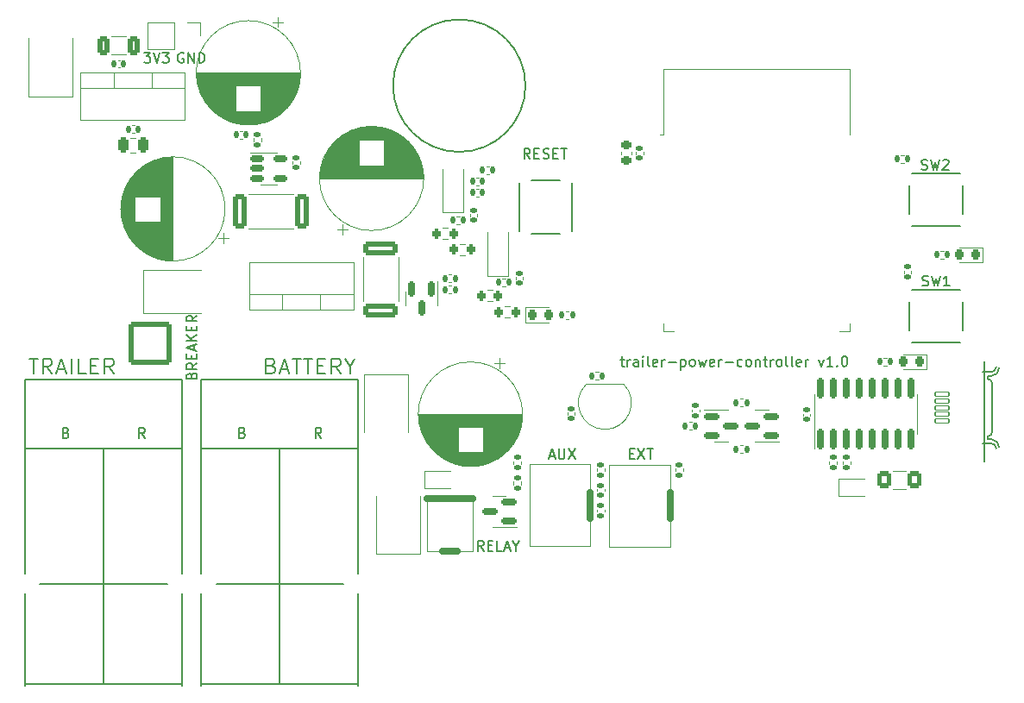
<source format=gto>
%TF.GenerationSoftware,KiCad,Pcbnew,6.0.5-a6ca702e91~116~ubuntu20.04.1*%
%TF.CreationDate,2022-06-27T23:16:15-06:00*%
%TF.ProjectId,trailer-power-controller,74726169-6c65-4722-9d70-6f7765722d63,rev?*%
%TF.SameCoordinates,Original*%
%TF.FileFunction,Legend,Top*%
%TF.FilePolarity,Positive*%
%FSLAX46Y46*%
G04 Gerber Fmt 4.6, Leading zero omitted, Abs format (unit mm)*
G04 Created by KiCad (PCBNEW 6.0.5-a6ca702e91~116~ubuntu20.04.1) date 2022-06-27 23:16:15*
%MOMM*%
%LPD*%
G01*
G04 APERTURE LIST*
G04 Aperture macros list*
%AMRoundRect*
0 Rectangle with rounded corners*
0 $1 Rounding radius*
0 $2 $3 $4 $5 $6 $7 $8 $9 X,Y pos of 4 corners*
0 Add a 4 corners polygon primitive as box body*
4,1,4,$2,$3,$4,$5,$6,$7,$8,$9,$2,$3,0*
0 Add four circle primitives for the rounded corners*
1,1,$1+$1,$2,$3*
1,1,$1+$1,$4,$5*
1,1,$1+$1,$6,$7*
1,1,$1+$1,$8,$9*
0 Add four rect primitives between the rounded corners*
20,1,$1+$1,$2,$3,$4,$5,0*
20,1,$1+$1,$4,$5,$6,$7,0*
20,1,$1+$1,$6,$7,$8,$9,0*
20,1,$1+$1,$8,$9,$2,$3,0*%
G04 Aperture macros list end*
%ADD10C,0.150000*%
%ADD11C,0.200000*%
%ADD12C,0.120000*%
%ADD13C,0.650000*%
%ADD14C,0.127000*%
%ADD15C,1.408000*%
%ADD16C,1.800000*%
%ADD17C,1.000000*%
%ADD18C,3.400000*%
%ADD19O,1.700000X1.700000*%
%ADD20R,1.700000X1.700000*%
%ADD21RoundRect,0.135000X0.185000X-0.135000X0.185000X0.135000X-0.185000X0.135000X-0.185000X-0.135000X0*%
%ADD22RoundRect,0.250001X-0.462499X-0.624999X0.462499X-0.624999X0.462499X0.624999X-0.462499X0.624999X0*%
%ADD23RoundRect,0.135000X-0.135000X-0.185000X0.135000X-0.185000X0.135000X0.185000X-0.135000X0.185000X0*%
%ADD24RoundRect,0.140000X0.140000X0.170000X-0.140000X0.170000X-0.140000X-0.170000X0.140000X-0.170000X0*%
%ADD25RoundRect,0.150000X-0.587500X-0.150000X0.587500X-0.150000X0.587500X0.150000X-0.587500X0.150000X0*%
%ADD26RoundRect,0.140000X-0.170000X0.140000X-0.170000X-0.140000X0.170000X-0.140000X0.170000X0.140000X0*%
%ADD27RoundRect,0.150000X-0.150000X0.587500X-0.150000X-0.587500X0.150000X-0.587500X0.150000X0.587500X0*%
%ADD28R,1.700000X1.300000*%
%ADD29RoundRect,0.200000X-0.200000X-0.275000X0.200000X-0.275000X0.200000X0.275000X-0.200000X0.275000X0*%
%ADD30O,1.050000X1.500000*%
%ADD31R,1.050000X1.500000*%
%ADD32RoundRect,0.218750X0.218750X0.256250X-0.218750X0.256250X-0.218750X-0.256250X0.218750X-0.256250X0*%
%ADD33RoundRect,0.150000X0.587500X0.150000X-0.587500X0.150000X-0.587500X-0.150000X0.587500X-0.150000X0*%
%ADD34O,1.905000X2.000000*%
%ADD35R,1.905000X2.000000*%
%ADD36R,1.500000X2.000000*%
%ADD37R,2.300000X2.500000*%
%ADD38R,2.500000X2.300000*%
%ADD39R,2.000000X2.000000*%
%ADD40C,2.000000*%
%ADD41RoundRect,0.249999X-0.450001X-1.425001X0.450001X-1.425001X0.450001X1.425001X-0.450001X1.425001X0*%
%ADD42RoundRect,0.135000X0.135000X0.185000X-0.135000X0.185000X-0.135000X-0.185000X0.135000X-0.185000X0*%
%ADD43RoundRect,0.249999X1.425001X-0.450001X1.425001X0.450001X-1.425001X0.450001X-1.425001X-0.450001X0*%
%ADD44R,2.000000X1.500000*%
%ADD45R,0.600000X0.450000*%
%ADD46RoundRect,0.150000X0.150000X-0.825000X0.150000X0.825000X-0.150000X0.825000X-0.150000X-0.825000X0*%
%ADD47O,6.030000X2.070000*%
%ADD48RoundRect,0.225000X0.250000X-0.225000X0.250000X0.225000X-0.250000X0.225000X-0.250000X-0.225000X0*%
%ADD49R,5.000000X5.000000*%
%ADD50R,2.000000X0.900000*%
%ADD51R,0.900000X2.000000*%
%ADD52RoundRect,0.265625X-1.859375X-1.859375X1.859375X-1.859375X1.859375X1.859375X-1.859375X1.859375X0*%
%ADD53C,4.250000*%
%ADD54RoundRect,0.250000X0.325000X0.650000X-0.325000X0.650000X-0.325000X-0.650000X0.325000X-0.650000X0*%
%ADD55RoundRect,0.135000X-0.185000X0.135000X-0.185000X-0.135000X0.185000X-0.135000X0.185000X0.135000X0*%
%ADD56C,3.200000*%
%ADD57RoundRect,0.140000X0.170000X-0.140000X0.170000X0.140000X-0.170000X0.140000X-0.170000X-0.140000X0*%
%ADD58RoundRect,0.218750X-0.218750X-0.256250X0.218750X-0.256250X0.218750X0.256250X-0.218750X0.256250X0*%
%ADD59RoundRect,0.050000X-0.675000X0.200000X-0.675000X-0.200000X0.675000X-0.200000X0.675000X0.200000X0*%
%ADD60R,1.550000X1.500000*%
%ADD61RoundRect,0.250000X0.250000X0.475000X-0.250000X0.475000X-0.250000X-0.475000X0.250000X-0.475000X0*%
%ADD62RoundRect,0.150000X-0.512500X-0.150000X0.512500X-0.150000X0.512500X0.150000X-0.512500X0.150000X0*%
G04 APERTURE END LIST*
D10*
X133866666Y-72504761D02*
X134009523Y-72552380D01*
X134247619Y-72552380D01*
X134342857Y-72504761D01*
X134390476Y-72457142D01*
X134438095Y-72361904D01*
X134438095Y-72266666D01*
X134390476Y-72171428D01*
X134342857Y-72123809D01*
X134247619Y-72076190D01*
X134057142Y-72028571D01*
X133961904Y-71980952D01*
X133914285Y-71933333D01*
X133866666Y-71838095D01*
X133866666Y-71742857D01*
X133914285Y-71647619D01*
X133961904Y-71600000D01*
X134057142Y-71552380D01*
X134295238Y-71552380D01*
X134438095Y-71600000D01*
X134771428Y-71552380D02*
X135009523Y-72552380D01*
X135200000Y-71838095D01*
X135390476Y-72552380D01*
X135628571Y-71552380D01*
X135961904Y-71647619D02*
X136009523Y-71600000D01*
X136104761Y-71552380D01*
X136342857Y-71552380D01*
X136438095Y-71600000D01*
X136485714Y-71647619D01*
X136533333Y-71742857D01*
X136533333Y-71838095D01*
X136485714Y-71980952D01*
X135914285Y-72552380D01*
X136533333Y-72552380D01*
X133966666Y-83904761D02*
X134109523Y-83952380D01*
X134347619Y-83952380D01*
X134442857Y-83904761D01*
X134490476Y-83857142D01*
X134538095Y-83761904D01*
X134538095Y-83666666D01*
X134490476Y-83571428D01*
X134442857Y-83523809D01*
X134347619Y-83476190D01*
X134157142Y-83428571D01*
X134061904Y-83380952D01*
X134014285Y-83333333D01*
X133966666Y-83238095D01*
X133966666Y-83142857D01*
X134014285Y-83047619D01*
X134061904Y-83000000D01*
X134157142Y-82952380D01*
X134395238Y-82952380D01*
X134538095Y-83000000D01*
X134871428Y-82952380D02*
X135109523Y-83952380D01*
X135300000Y-83238095D01*
X135490476Y-83952380D01*
X135728571Y-82952380D01*
X136633333Y-83952380D02*
X136061904Y-83952380D01*
X136347619Y-83952380D02*
X136347619Y-82952380D01*
X136252380Y-83095238D01*
X136157142Y-83190476D01*
X136061904Y-83238095D01*
X61438095Y-61100000D02*
X61342857Y-61052380D01*
X61200000Y-61052380D01*
X61057142Y-61100000D01*
X60961904Y-61195238D01*
X60914285Y-61290476D01*
X60866666Y-61480952D01*
X60866666Y-61623809D01*
X60914285Y-61814285D01*
X60961904Y-61909523D01*
X61057142Y-62004761D01*
X61200000Y-62052380D01*
X61295238Y-62052380D01*
X61438095Y-62004761D01*
X61485714Y-61957142D01*
X61485714Y-61623809D01*
X61295238Y-61623809D01*
X61914285Y-62052380D02*
X61914285Y-61052380D01*
X62485714Y-62052380D01*
X62485714Y-61052380D01*
X62961904Y-62052380D02*
X62961904Y-61052380D01*
X63200000Y-61052380D01*
X63342857Y-61100000D01*
X63438095Y-61195238D01*
X63485714Y-61290476D01*
X63533333Y-61480952D01*
X63533333Y-61623809D01*
X63485714Y-61814285D01*
X63438095Y-61909523D01*
X63342857Y-62004761D01*
X63200000Y-62052380D01*
X62961904Y-62052380D01*
X57561904Y-61052380D02*
X58180952Y-61052380D01*
X57847619Y-61433333D01*
X57990476Y-61433333D01*
X58085714Y-61480952D01*
X58133333Y-61528571D01*
X58180952Y-61623809D01*
X58180952Y-61861904D01*
X58133333Y-61957142D01*
X58085714Y-62004761D01*
X57990476Y-62052380D01*
X57704761Y-62052380D01*
X57609523Y-62004761D01*
X57561904Y-61957142D01*
X58466666Y-61052380D02*
X58800000Y-62052380D01*
X59133333Y-61052380D01*
X59371428Y-61052380D02*
X59990476Y-61052380D01*
X59657142Y-61433333D01*
X59800000Y-61433333D01*
X59895238Y-61480952D01*
X59942857Y-61528571D01*
X59990476Y-61623809D01*
X59990476Y-61861904D01*
X59942857Y-61957142D01*
X59895238Y-62004761D01*
X59800000Y-62052380D01*
X59514285Y-62052380D01*
X59419047Y-62004761D01*
X59371428Y-61957142D01*
X104309523Y-91185714D02*
X104690476Y-91185714D01*
X104452380Y-90852380D02*
X104452380Y-91709523D01*
X104500000Y-91804761D01*
X104595238Y-91852380D01*
X104690476Y-91852380D01*
X105023809Y-91852380D02*
X105023809Y-91185714D01*
X105023809Y-91376190D02*
X105071428Y-91280952D01*
X105119047Y-91233333D01*
X105214285Y-91185714D01*
X105309523Y-91185714D01*
X106071428Y-91852380D02*
X106071428Y-91328571D01*
X106023809Y-91233333D01*
X105928571Y-91185714D01*
X105738095Y-91185714D01*
X105642857Y-91233333D01*
X106071428Y-91804761D02*
X105976190Y-91852380D01*
X105738095Y-91852380D01*
X105642857Y-91804761D01*
X105595238Y-91709523D01*
X105595238Y-91614285D01*
X105642857Y-91519047D01*
X105738095Y-91471428D01*
X105976190Y-91471428D01*
X106071428Y-91423809D01*
X106547619Y-91852380D02*
X106547619Y-91185714D01*
X106547619Y-90852380D02*
X106500000Y-90900000D01*
X106547619Y-90947619D01*
X106595238Y-90900000D01*
X106547619Y-90852380D01*
X106547619Y-90947619D01*
X107166666Y-91852380D02*
X107071428Y-91804761D01*
X107023809Y-91709523D01*
X107023809Y-90852380D01*
X107928571Y-91804761D02*
X107833333Y-91852380D01*
X107642857Y-91852380D01*
X107547619Y-91804761D01*
X107500000Y-91709523D01*
X107500000Y-91328571D01*
X107547619Y-91233333D01*
X107642857Y-91185714D01*
X107833333Y-91185714D01*
X107928571Y-91233333D01*
X107976190Y-91328571D01*
X107976190Y-91423809D01*
X107500000Y-91519047D01*
X108404761Y-91852380D02*
X108404761Y-91185714D01*
X108404761Y-91376190D02*
X108452380Y-91280952D01*
X108500000Y-91233333D01*
X108595238Y-91185714D01*
X108690476Y-91185714D01*
X109023809Y-91471428D02*
X109785714Y-91471428D01*
X110261904Y-91185714D02*
X110261904Y-92185714D01*
X110261904Y-91233333D02*
X110357142Y-91185714D01*
X110547619Y-91185714D01*
X110642857Y-91233333D01*
X110690476Y-91280952D01*
X110738095Y-91376190D01*
X110738095Y-91661904D01*
X110690476Y-91757142D01*
X110642857Y-91804761D01*
X110547619Y-91852380D01*
X110357142Y-91852380D01*
X110261904Y-91804761D01*
X111309523Y-91852380D02*
X111214285Y-91804761D01*
X111166666Y-91757142D01*
X111119047Y-91661904D01*
X111119047Y-91376190D01*
X111166666Y-91280952D01*
X111214285Y-91233333D01*
X111309523Y-91185714D01*
X111452380Y-91185714D01*
X111547619Y-91233333D01*
X111595238Y-91280952D01*
X111642857Y-91376190D01*
X111642857Y-91661904D01*
X111595238Y-91757142D01*
X111547619Y-91804761D01*
X111452380Y-91852380D01*
X111309523Y-91852380D01*
X111976190Y-91185714D02*
X112166666Y-91852380D01*
X112357142Y-91376190D01*
X112547619Y-91852380D01*
X112738095Y-91185714D01*
X113500000Y-91804761D02*
X113404761Y-91852380D01*
X113214285Y-91852380D01*
X113119047Y-91804761D01*
X113071428Y-91709523D01*
X113071428Y-91328571D01*
X113119047Y-91233333D01*
X113214285Y-91185714D01*
X113404761Y-91185714D01*
X113500000Y-91233333D01*
X113547619Y-91328571D01*
X113547619Y-91423809D01*
X113071428Y-91519047D01*
X113976190Y-91852380D02*
X113976190Y-91185714D01*
X113976190Y-91376190D02*
X114023809Y-91280952D01*
X114071428Y-91233333D01*
X114166666Y-91185714D01*
X114261904Y-91185714D01*
X114595238Y-91471428D02*
X115357142Y-91471428D01*
X116261904Y-91804761D02*
X116166666Y-91852380D01*
X115976190Y-91852380D01*
X115880952Y-91804761D01*
X115833333Y-91757142D01*
X115785714Y-91661904D01*
X115785714Y-91376190D01*
X115833333Y-91280952D01*
X115880952Y-91233333D01*
X115976190Y-91185714D01*
X116166666Y-91185714D01*
X116261904Y-91233333D01*
X116833333Y-91852380D02*
X116738095Y-91804761D01*
X116690476Y-91757142D01*
X116642857Y-91661904D01*
X116642857Y-91376190D01*
X116690476Y-91280952D01*
X116738095Y-91233333D01*
X116833333Y-91185714D01*
X116976190Y-91185714D01*
X117071428Y-91233333D01*
X117119047Y-91280952D01*
X117166666Y-91376190D01*
X117166666Y-91661904D01*
X117119047Y-91757142D01*
X117071428Y-91804761D01*
X116976190Y-91852380D01*
X116833333Y-91852380D01*
X117595238Y-91185714D02*
X117595238Y-91852380D01*
X117595238Y-91280952D02*
X117642857Y-91233333D01*
X117738095Y-91185714D01*
X117880952Y-91185714D01*
X117976190Y-91233333D01*
X118023809Y-91328571D01*
X118023809Y-91852380D01*
X118357142Y-91185714D02*
X118738095Y-91185714D01*
X118500000Y-90852380D02*
X118500000Y-91709523D01*
X118547619Y-91804761D01*
X118642857Y-91852380D01*
X118738095Y-91852380D01*
X119071428Y-91852380D02*
X119071428Y-91185714D01*
X119071428Y-91376190D02*
X119119047Y-91280952D01*
X119166666Y-91233333D01*
X119261904Y-91185714D01*
X119357142Y-91185714D01*
X119833333Y-91852380D02*
X119738095Y-91804761D01*
X119690476Y-91757142D01*
X119642857Y-91661904D01*
X119642857Y-91376190D01*
X119690476Y-91280952D01*
X119738095Y-91233333D01*
X119833333Y-91185714D01*
X119976190Y-91185714D01*
X120071428Y-91233333D01*
X120119047Y-91280952D01*
X120166666Y-91376190D01*
X120166666Y-91661904D01*
X120119047Y-91757142D01*
X120071428Y-91804761D01*
X119976190Y-91852380D01*
X119833333Y-91852380D01*
X120738095Y-91852380D02*
X120642857Y-91804761D01*
X120595238Y-91709523D01*
X120595238Y-90852380D01*
X121261904Y-91852380D02*
X121166666Y-91804761D01*
X121119047Y-91709523D01*
X121119047Y-90852380D01*
X122023809Y-91804761D02*
X121928571Y-91852380D01*
X121738095Y-91852380D01*
X121642857Y-91804761D01*
X121595238Y-91709523D01*
X121595238Y-91328571D01*
X121642857Y-91233333D01*
X121738095Y-91185714D01*
X121928571Y-91185714D01*
X122023809Y-91233333D01*
X122071428Y-91328571D01*
X122071428Y-91423809D01*
X121595238Y-91519047D01*
X122500000Y-91852380D02*
X122500000Y-91185714D01*
X122500000Y-91376190D02*
X122547619Y-91280952D01*
X122595238Y-91233333D01*
X122690476Y-91185714D01*
X122785714Y-91185714D01*
X123785714Y-91185714D02*
X124023809Y-91852380D01*
X124261904Y-91185714D01*
X125166666Y-91852380D02*
X124595238Y-91852380D01*
X124880952Y-91852380D02*
X124880952Y-90852380D01*
X124785714Y-90995238D01*
X124690476Y-91090476D01*
X124595238Y-91138095D01*
X125595238Y-91757142D02*
X125642857Y-91804761D01*
X125595238Y-91852380D01*
X125547619Y-91804761D01*
X125595238Y-91757142D01*
X125595238Y-91852380D01*
X126261904Y-90852380D02*
X126357142Y-90852380D01*
X126452380Y-90900000D01*
X126500000Y-90947619D01*
X126547619Y-91042857D01*
X126595238Y-91233333D01*
X126595238Y-91471428D01*
X126547619Y-91661904D01*
X126500000Y-91757142D01*
X126452380Y-91804761D01*
X126357142Y-91852380D01*
X126261904Y-91852380D01*
X126166666Y-91804761D01*
X126119047Y-91757142D01*
X126071428Y-91661904D01*
X126023809Y-91471428D01*
X126023809Y-91233333D01*
X126071428Y-91042857D01*
X126119047Y-90947619D01*
X126166666Y-90900000D01*
X126261904Y-90852380D01*
X95447619Y-71452380D02*
X95114285Y-70976190D01*
X94876190Y-71452380D02*
X94876190Y-70452380D01*
X95257142Y-70452380D01*
X95352380Y-70500000D01*
X95400000Y-70547619D01*
X95447619Y-70642857D01*
X95447619Y-70785714D01*
X95400000Y-70880952D01*
X95352380Y-70928571D01*
X95257142Y-70976190D01*
X94876190Y-70976190D01*
X95876190Y-70928571D02*
X96209523Y-70928571D01*
X96352380Y-71452380D02*
X95876190Y-71452380D01*
X95876190Y-70452380D01*
X96352380Y-70452380D01*
X96733333Y-71404761D02*
X96876190Y-71452380D01*
X97114285Y-71452380D01*
X97209523Y-71404761D01*
X97257142Y-71357142D01*
X97304761Y-71261904D01*
X97304761Y-71166666D01*
X97257142Y-71071428D01*
X97209523Y-71023809D01*
X97114285Y-70976190D01*
X96923809Y-70928571D01*
X96828571Y-70880952D01*
X96780952Y-70833333D01*
X96733333Y-70738095D01*
X96733333Y-70642857D01*
X96780952Y-70547619D01*
X96828571Y-70500000D01*
X96923809Y-70452380D01*
X97161904Y-70452380D01*
X97304761Y-70500000D01*
X97733333Y-70928571D02*
X98066666Y-70928571D01*
X98209523Y-71452380D02*
X97733333Y-71452380D01*
X97733333Y-70452380D01*
X98209523Y-70452380D01*
X98495238Y-70452380D02*
X99066666Y-70452380D01*
X98780952Y-71452380D02*
X98780952Y-70452380D01*
X62228571Y-92761904D02*
X62276190Y-92619047D01*
X62323809Y-92571428D01*
X62419047Y-92523809D01*
X62561904Y-92523809D01*
X62657142Y-92571428D01*
X62704761Y-92619047D01*
X62752380Y-92714285D01*
X62752380Y-93095238D01*
X61752380Y-93095238D01*
X61752380Y-92761904D01*
X61800000Y-92666666D01*
X61847619Y-92619047D01*
X61942857Y-92571428D01*
X62038095Y-92571428D01*
X62133333Y-92619047D01*
X62180952Y-92666666D01*
X62228571Y-92761904D01*
X62228571Y-93095238D01*
X62752380Y-91523809D02*
X62276190Y-91857142D01*
X62752380Y-92095238D02*
X61752380Y-92095238D01*
X61752380Y-91714285D01*
X61800000Y-91619047D01*
X61847619Y-91571428D01*
X61942857Y-91523809D01*
X62085714Y-91523809D01*
X62180952Y-91571428D01*
X62228571Y-91619047D01*
X62276190Y-91714285D01*
X62276190Y-92095238D01*
X62228571Y-91095238D02*
X62228571Y-90761904D01*
X62752380Y-90619047D02*
X62752380Y-91095238D01*
X61752380Y-91095238D01*
X61752380Y-90619047D01*
X62466666Y-90238095D02*
X62466666Y-89761904D01*
X62752380Y-90333333D02*
X61752380Y-90000000D01*
X62752380Y-89666666D01*
X62752380Y-89333333D02*
X61752380Y-89333333D01*
X62752380Y-88761904D02*
X62180952Y-89190476D01*
X61752380Y-88761904D02*
X62323809Y-89333333D01*
X62228571Y-88333333D02*
X62228571Y-88000000D01*
X62752380Y-87857142D02*
X62752380Y-88333333D01*
X61752380Y-88333333D01*
X61752380Y-87857142D01*
X62752380Y-86857142D02*
X62276190Y-87190476D01*
X62752380Y-87428571D02*
X61752380Y-87428571D01*
X61752380Y-87047619D01*
X61800000Y-86952380D01*
X61847619Y-86904761D01*
X61942857Y-86857142D01*
X62085714Y-86857142D01*
X62180952Y-86904761D01*
X62228571Y-86952380D01*
X62276190Y-87047619D01*
X62276190Y-87428571D01*
X90895238Y-109952380D02*
X90561904Y-109476190D01*
X90323809Y-109952380D02*
X90323809Y-108952380D01*
X90704761Y-108952380D01*
X90800000Y-109000000D01*
X90847619Y-109047619D01*
X90895238Y-109142857D01*
X90895238Y-109285714D01*
X90847619Y-109380952D01*
X90800000Y-109428571D01*
X90704761Y-109476190D01*
X90323809Y-109476190D01*
X91323809Y-109428571D02*
X91657142Y-109428571D01*
X91800000Y-109952380D02*
X91323809Y-109952380D01*
X91323809Y-108952380D01*
X91800000Y-108952380D01*
X92704761Y-109952380D02*
X92228571Y-109952380D01*
X92228571Y-108952380D01*
X92990476Y-109666666D02*
X93466666Y-109666666D01*
X92895238Y-109952380D02*
X93228571Y-108952380D01*
X93561904Y-109952380D01*
X94085714Y-109476190D02*
X94085714Y-109952380D01*
X93752380Y-108952380D02*
X94085714Y-109476190D01*
X94419047Y-108952380D01*
X97361904Y-100666666D02*
X97838095Y-100666666D01*
X97266666Y-100952380D02*
X97600000Y-99952380D01*
X97933333Y-100952380D01*
X98266666Y-99952380D02*
X98266666Y-100761904D01*
X98314285Y-100857142D01*
X98361904Y-100904761D01*
X98457142Y-100952380D01*
X98647619Y-100952380D01*
X98742857Y-100904761D01*
X98790476Y-100857142D01*
X98838095Y-100761904D01*
X98838095Y-99952380D01*
X99219047Y-99952380D02*
X99885714Y-100952380D01*
X99885714Y-99952380D02*
X99219047Y-100952380D01*
X105228571Y-100428571D02*
X105561904Y-100428571D01*
X105704761Y-100952380D02*
X105228571Y-100952380D01*
X105228571Y-99952380D01*
X105704761Y-99952380D01*
X106038095Y-99952380D02*
X106704761Y-100952380D01*
X106704761Y-99952380D02*
X106038095Y-100952380D01*
X106942857Y-99952380D02*
X107514285Y-99952380D01*
X107228571Y-100952380D02*
X107228571Y-99952380D01*
D11*
X70050000Y-91792857D02*
X70264285Y-91864285D01*
X70335714Y-91935714D01*
X70407142Y-92078571D01*
X70407142Y-92292857D01*
X70335714Y-92435714D01*
X70264285Y-92507142D01*
X70121428Y-92578571D01*
X69550000Y-92578571D01*
X69550000Y-91078571D01*
X70050000Y-91078571D01*
X70192857Y-91150000D01*
X70264285Y-91221428D01*
X70335714Y-91364285D01*
X70335714Y-91507142D01*
X70264285Y-91650000D01*
X70192857Y-91721428D01*
X70050000Y-91792857D01*
X69550000Y-91792857D01*
X70978571Y-92150000D02*
X71692857Y-92150000D01*
X70835714Y-92578571D02*
X71335714Y-91078571D01*
X71835714Y-92578571D01*
X72121428Y-91078571D02*
X72978571Y-91078571D01*
X72550000Y-92578571D02*
X72550000Y-91078571D01*
X73264285Y-91078571D02*
X74121428Y-91078571D01*
X73692857Y-92578571D02*
X73692857Y-91078571D01*
X74621428Y-91792857D02*
X75121428Y-91792857D01*
X75335714Y-92578571D02*
X74621428Y-92578571D01*
X74621428Y-91078571D01*
X75335714Y-91078571D01*
X76835714Y-92578571D02*
X76335714Y-91864285D01*
X75978571Y-92578571D02*
X75978571Y-91078571D01*
X76550000Y-91078571D01*
X76692857Y-91150000D01*
X76764285Y-91221428D01*
X76835714Y-91364285D01*
X76835714Y-91578571D01*
X76764285Y-91721428D01*
X76692857Y-91792857D01*
X76550000Y-91864285D01*
X75978571Y-91864285D01*
X77764285Y-91864285D02*
X77764285Y-92578571D01*
X77264285Y-91078571D02*
X77764285Y-91864285D01*
X78264285Y-91078571D01*
X46285714Y-91078571D02*
X47142857Y-91078571D01*
X46714285Y-92578571D02*
X46714285Y-91078571D01*
X48500000Y-92578571D02*
X48000000Y-91864285D01*
X47642857Y-92578571D02*
X47642857Y-91078571D01*
X48214285Y-91078571D01*
X48357142Y-91150000D01*
X48428571Y-91221428D01*
X48500000Y-91364285D01*
X48500000Y-91578571D01*
X48428571Y-91721428D01*
X48357142Y-91792857D01*
X48214285Y-91864285D01*
X47642857Y-91864285D01*
X49071428Y-92150000D02*
X49785714Y-92150000D01*
X48928571Y-92578571D02*
X49428571Y-91078571D01*
X49928571Y-92578571D01*
X50428571Y-92578571D02*
X50428571Y-91078571D01*
X51857142Y-92578571D02*
X51142857Y-92578571D01*
X51142857Y-91078571D01*
X52357142Y-91792857D02*
X52857142Y-91792857D01*
X53071428Y-92578571D02*
X52357142Y-92578571D01*
X52357142Y-91078571D01*
X53071428Y-91078571D01*
X54571428Y-92578571D02*
X54071428Y-91864285D01*
X53714285Y-92578571D02*
X53714285Y-91078571D01*
X54285714Y-91078571D01*
X54428571Y-91150000D01*
X54500000Y-91221428D01*
X54571428Y-91364285D01*
X54571428Y-91578571D01*
X54500000Y-91721428D01*
X54428571Y-91792857D01*
X54285714Y-91864285D01*
X53714285Y-91864285D01*
D10*
%TO.C,J1*%
X49921428Y-98353571D02*
X50064285Y-98401190D01*
X50111904Y-98448809D01*
X50159523Y-98544047D01*
X50159523Y-98686904D01*
X50111904Y-98782142D01*
X50064285Y-98829761D01*
X49969047Y-98877380D01*
X49588095Y-98877380D01*
X49588095Y-97877380D01*
X49921428Y-97877380D01*
X50016666Y-97925000D01*
X50064285Y-97972619D01*
X50111904Y-98067857D01*
X50111904Y-98163095D01*
X50064285Y-98258333D01*
X50016666Y-98305952D01*
X49921428Y-98353571D01*
X49588095Y-98353571D01*
X57659523Y-98877380D02*
X57326190Y-98401190D01*
X57088095Y-98877380D02*
X57088095Y-97877380D01*
X57469047Y-97877380D01*
X57564285Y-97925000D01*
X57611904Y-97972619D01*
X57659523Y-98067857D01*
X57659523Y-98210714D01*
X57611904Y-98305952D01*
X57564285Y-98353571D01*
X57469047Y-98401190D01*
X57088095Y-98401190D01*
%TO.C,J7*%
X67221428Y-98353571D02*
X67364285Y-98401190D01*
X67411904Y-98448809D01*
X67459523Y-98544047D01*
X67459523Y-98686904D01*
X67411904Y-98782142D01*
X67364285Y-98829761D01*
X67269047Y-98877380D01*
X66888095Y-98877380D01*
X66888095Y-97877380D01*
X67221428Y-97877380D01*
X67316666Y-97925000D01*
X67364285Y-97972619D01*
X67411904Y-98067857D01*
X67411904Y-98163095D01*
X67364285Y-98258333D01*
X67316666Y-98305952D01*
X67221428Y-98353571D01*
X66888095Y-98353571D01*
X74959523Y-98877380D02*
X74626190Y-98401190D01*
X74388095Y-98877380D02*
X74388095Y-97877380D01*
X74769047Y-97877380D01*
X74864285Y-97925000D01*
X74911904Y-97972619D01*
X74959523Y-98067857D01*
X74959523Y-98210714D01*
X74911904Y-98305952D01*
X74864285Y-98353571D01*
X74769047Y-98401190D01*
X74388095Y-98401190D01*
%TO.C,BZ1*%
X95000000Y-64300000D02*
G75*
G03*
X95000000Y-64300000I-6500000J0D01*
G01*
D12*
%TO.C,J9*%
X60505000Y-60730000D02*
X57905000Y-60730000D01*
X63105000Y-58070000D02*
X63105000Y-59400000D01*
X60505000Y-58070000D02*
X60505000Y-60730000D01*
X60505000Y-58070000D02*
X57905000Y-58070000D01*
X57905000Y-58070000D02*
X57905000Y-60730000D01*
X61775000Y-58070000D02*
X63105000Y-58070000D01*
%TO.C,R27*%
X124820000Y-101453641D02*
X124820000Y-101146359D01*
X125580000Y-101453641D02*
X125580000Y-101146359D01*
%TO.C,F1*%
X131097936Y-103910000D02*
X132302064Y-103910000D01*
X131097936Y-102090000D02*
X132302064Y-102090000D01*
%TO.C,R16*%
X92746359Y-83980000D02*
X93053641Y-83980000D01*
X92746359Y-83220000D02*
X93053641Y-83220000D01*
%TO.C,R18*%
X109720000Y-102153641D02*
X109720000Y-101846359D01*
X110480000Y-102153641D02*
X110480000Y-101846359D01*
%TO.C,C12*%
X90407836Y-73340000D02*
X90192164Y-73340000D01*
X90407836Y-74060000D02*
X90192164Y-74060000D01*
%TO.C,Q1*%
X114200000Y-96140000D02*
X112525000Y-96140000D01*
X114200000Y-99260000D02*
X113550000Y-99260000D01*
X114200000Y-99260000D02*
X114850000Y-99260000D01*
X114200000Y-96140000D02*
X114850000Y-96140000D01*
%TO.C,C19*%
X72860000Y-71724487D02*
X72860000Y-71940159D01*
X72140000Y-71724487D02*
X72140000Y-71940159D01*
%TO.C,Q3*%
X86360000Y-85200000D02*
X86360000Y-83525000D01*
X86360000Y-85200000D02*
X86360000Y-85850000D01*
X83240000Y-85200000D02*
X83240000Y-84550000D01*
X83240000Y-85200000D02*
X83240000Y-85850000D01*
%TO.C,D8*%
X91300000Y-78650000D02*
X91300000Y-82950000D01*
X93300000Y-82950000D02*
X93300000Y-78650000D01*
X91300000Y-82950000D02*
X93300000Y-82950000D01*
%TO.C,D7*%
X86900000Y-72450000D02*
X86900000Y-76750000D01*
X86900000Y-76750000D02*
X88900000Y-76750000D01*
X88900000Y-76750000D02*
X88900000Y-72450000D01*
%TO.C,R9*%
X111046359Y-97320000D02*
X111353641Y-97320000D01*
X111046359Y-98080000D02*
X111353641Y-98080000D01*
%TO.C,R12*%
X88562742Y-80922500D02*
X89037258Y-80922500D01*
X88562742Y-79877500D02*
X89037258Y-79877500D01*
%TO.C,U4*%
X100961522Y-93601522D02*
G75*
G03*
X102800000Y-98040000I1838478J-1838478D01*
G01*
X102800000Y-98040001D02*
G75*
G03*
X104638478Y-93601522I0J2600001D01*
G01*
X104600000Y-93590000D02*
X101000000Y-93590000D01*
%TO.C,R13*%
X91262742Y-84377500D02*
X91737258Y-84377500D01*
X91262742Y-85422500D02*
X91737258Y-85422500D01*
%TO.C,D5*%
X134385000Y-90665000D02*
X132100000Y-90665000D01*
X134385000Y-92135000D02*
X134385000Y-90665000D01*
X132100000Y-92135000D02*
X134385000Y-92135000D01*
%TO.C,Q2*%
X118200000Y-96140000D02*
X118850000Y-96140000D01*
X118200000Y-99260000D02*
X119875000Y-99260000D01*
X118200000Y-96140000D02*
X117550000Y-96140000D01*
X118200000Y-99260000D02*
X117550000Y-99260000D01*
%TO.C,U3*%
X54590000Y-62980000D02*
X54590000Y-64490000D01*
X58291000Y-62980000D02*
X58291000Y-64490000D01*
X51320000Y-67621000D02*
X61560000Y-67621000D01*
X61560000Y-62980000D02*
X61560000Y-67621000D01*
X51320000Y-62980000D02*
X51320000Y-67621000D01*
X51320000Y-62980000D02*
X61560000Y-62980000D01*
X51320000Y-64490000D02*
X61560000Y-64490000D01*
%TO.C,R2*%
X98946359Y-87180000D02*
X99253641Y-87180000D01*
X98946359Y-86420000D02*
X99253641Y-86420000D01*
D10*
%TO.C,SW3*%
X94400000Y-78600000D02*
X94400000Y-73800000D01*
X98400000Y-78800000D02*
X95600000Y-78800000D01*
X99600000Y-73800000D02*
X99600000Y-78600000D01*
X95600000Y-73600000D02*
X98400000Y-73600000D01*
D12*
%TO.C,D10*%
X79150000Y-92650000D02*
X79150000Y-98350000D01*
X83450000Y-92650000D02*
X83450000Y-98350000D01*
X83450000Y-92650000D02*
X79150000Y-92650000D01*
%TO.C,Q4*%
X92437500Y-104540000D02*
X93087500Y-104540000D01*
X92437500Y-107660000D02*
X91787500Y-107660000D01*
X92437500Y-107660000D02*
X94112500Y-107660000D01*
X92437500Y-104540000D02*
X91787500Y-104540000D01*
%TO.C,D9*%
X80350000Y-110250000D02*
X80350000Y-104550000D01*
X84650000Y-110250000D02*
X84650000Y-104550000D01*
X80350000Y-110250000D02*
X84650000Y-110250000D01*
%TO.C,D2*%
X57482323Y-82350000D02*
X63182323Y-82350000D01*
X57482323Y-86650000D02*
X63182323Y-86650000D01*
X57482323Y-82350000D02*
X57482323Y-86650000D01*
%TO.C,C18*%
X75146000Y-71599000D02*
X78659000Y-71599000D01*
X81141000Y-71439000D02*
X84590000Y-71439000D01*
X76900000Y-69279000D02*
X82900000Y-69279000D01*
X81141000Y-70919000D02*
X84340000Y-70919000D01*
X81141000Y-71959000D02*
X84774000Y-71959000D01*
X76955000Y-69239000D02*
X82845000Y-69239000D01*
X81141000Y-70519000D02*
X84094000Y-70519000D01*
X74870000Y-72679000D02*
X84930000Y-72679000D01*
X74993000Y-72079000D02*
X78659000Y-72079000D01*
X77255000Y-69039000D02*
X82545000Y-69039000D01*
X76553000Y-69559000D02*
X83247000Y-69559000D01*
X76339000Y-69759000D02*
X78659000Y-69759000D01*
X77461000Y-68919000D02*
X82339000Y-68919000D01*
X74860000Y-72760000D02*
X84940000Y-72760000D01*
X78522000Y-68479000D02*
X81278000Y-68479000D01*
X75210000Y-71439000D02*
X78659000Y-71439000D01*
X74962000Y-72199000D02*
X84838000Y-72199000D01*
X76184000Y-69919000D02*
X78659000Y-69919000D01*
X75375000Y-71079000D02*
X78659000Y-71079000D01*
X74835000Y-73000000D02*
X84965000Y-73000000D01*
X75132000Y-71639000D02*
X78659000Y-71639000D01*
X81141000Y-69879000D02*
X83579000Y-69879000D01*
X75243000Y-71359000D02*
X78659000Y-71359000D01*
X74935000Y-72319000D02*
X84865000Y-72319000D01*
X75003000Y-72039000D02*
X78659000Y-72039000D01*
X75706000Y-70519000D02*
X78659000Y-70519000D01*
X75279000Y-71279000D02*
X78659000Y-71279000D01*
X81141000Y-69839000D02*
X83540000Y-69839000D01*
X74882000Y-72599000D02*
X84918000Y-72599000D01*
X76508000Y-69599000D02*
X83292000Y-69599000D01*
X76422000Y-69679000D02*
X78659000Y-69679000D01*
X81141000Y-71839000D02*
X84737000Y-71839000D01*
X81141000Y-70839000D02*
X84295000Y-70839000D01*
X76008000Y-70119000D02*
X78659000Y-70119000D01*
X74876000Y-72639000D02*
X84924000Y-72639000D01*
X76464000Y-69639000D02*
X83336000Y-69639000D01*
X75577000Y-70719000D02*
X78659000Y-70719000D01*
X81141000Y-70359000D02*
X83980000Y-70359000D01*
X81141000Y-71519000D02*
X84623000Y-71519000D01*
X75103000Y-71719000D02*
X78659000Y-71719000D01*
X81141000Y-70879000D02*
X84317000Y-70879000D01*
X74944000Y-72279000D02*
X84856000Y-72279000D01*
X77070000Y-69159000D02*
X82730000Y-69159000D01*
X74865000Y-72720000D02*
X84935000Y-72720000D01*
X75297000Y-71239000D02*
X78659000Y-71239000D01*
X74821000Y-73280000D02*
X84979000Y-73280000D01*
X81141000Y-70599000D02*
X84147000Y-70599000D01*
X74972000Y-72159000D02*
X84828000Y-72159000D01*
X75820000Y-70359000D02*
X78659000Y-70359000D01*
X81141000Y-71119000D02*
X84445000Y-71119000D01*
X78054000Y-68639000D02*
X81746000Y-68639000D01*
X74896000Y-72519000D02*
X84904000Y-72519000D01*
X81141000Y-70119000D02*
X83792000Y-70119000D01*
X75355000Y-71119000D02*
X78659000Y-71119000D01*
X77863000Y-68719000D02*
X81937000Y-68719000D01*
X76076000Y-70039000D02*
X78659000Y-70039000D01*
X81141000Y-69959000D02*
X83653000Y-69959000D01*
X81141000Y-70639000D02*
X84173000Y-70639000D01*
X76260000Y-69839000D02*
X78659000Y-69839000D01*
X74889000Y-72559000D02*
X84911000Y-72559000D01*
X81141000Y-71479000D02*
X84607000Y-71479000D01*
X81141000Y-71359000D02*
X84557000Y-71359000D01*
X75653000Y-70599000D02*
X78659000Y-70599000D01*
X81141000Y-71159000D02*
X84464000Y-71159000D01*
X75316000Y-71199000D02*
X78659000Y-71199000D01*
X75177000Y-71519000D02*
X78659000Y-71519000D01*
X75911000Y-70239000D02*
X78659000Y-70239000D01*
X76525000Y-78379646D02*
X77525000Y-78379646D01*
X81141000Y-71559000D02*
X84638000Y-71559000D01*
X81141000Y-71079000D02*
X84425000Y-71079000D01*
X76042000Y-70079000D02*
X78659000Y-70079000D01*
X75026000Y-71959000D02*
X78659000Y-71959000D01*
X75117000Y-71679000D02*
X78659000Y-71679000D01*
X75089000Y-71759000D02*
X78659000Y-71759000D01*
X74846000Y-72880000D02*
X84954000Y-72880000D01*
X75438000Y-70959000D02*
X78659000Y-70959000D01*
X77611000Y-68839000D02*
X82189000Y-68839000D01*
X81141000Y-70399000D02*
X84010000Y-70399000D01*
X79038000Y-68359000D02*
X80762000Y-68359000D01*
X75880000Y-70279000D02*
X78659000Y-70279000D01*
X81141000Y-71239000D02*
X84503000Y-71239000D01*
X81141000Y-71039000D02*
X84404000Y-71039000D01*
X75734000Y-70479000D02*
X78659000Y-70479000D01*
X75460000Y-70919000D02*
X78659000Y-70919000D01*
X81141000Y-70759000D02*
X84247000Y-70759000D01*
X75336000Y-71159000D02*
X78659000Y-71159000D01*
X77535000Y-68879000D02*
X82265000Y-68879000D01*
X76111000Y-69999000D02*
X78659000Y-69999000D01*
X75483000Y-70879000D02*
X78659000Y-70879000D01*
X76646000Y-69479000D02*
X83154000Y-69479000D01*
X77321000Y-68999000D02*
X82479000Y-68999000D01*
X75943000Y-70199000D02*
X78659000Y-70199000D01*
X81141000Y-71919000D02*
X84762000Y-71919000D01*
X74910000Y-72439000D02*
X84890000Y-72439000D01*
X81141000Y-70799000D02*
X84271000Y-70799000D01*
X74903000Y-72479000D02*
X84897000Y-72479000D01*
X81141000Y-70479000D02*
X84066000Y-70479000D01*
X74926000Y-72359000D02*
X84874000Y-72359000D01*
X78390000Y-68519000D02*
X81410000Y-68519000D01*
X74827000Y-73120000D02*
X84973000Y-73120000D01*
X81141000Y-71199000D02*
X84484000Y-71199000D01*
X81141000Y-71759000D02*
X84711000Y-71759000D01*
X75038000Y-71919000D02*
X78659000Y-71919000D01*
X76694000Y-69439000D02*
X83106000Y-69439000D01*
X81141000Y-69759000D02*
X83461000Y-69759000D01*
X75627000Y-70639000D02*
X78659000Y-70639000D01*
X81141000Y-71999000D02*
X84785000Y-71999000D01*
X75162000Y-71559000D02*
X78659000Y-71559000D01*
X74820000Y-73400000D02*
X84980000Y-73400000D01*
X74918000Y-72399000D02*
X84882000Y-72399000D01*
X76599000Y-69519000D02*
X83201000Y-69519000D01*
X81141000Y-72079000D02*
X84807000Y-72079000D01*
X74842000Y-72920000D02*
X84958000Y-72920000D01*
X76846000Y-69319000D02*
X82954000Y-69319000D01*
X81141000Y-70679000D02*
X84198000Y-70679000D01*
X81141000Y-71719000D02*
X84697000Y-71719000D01*
X78670000Y-68439000D02*
X81130000Y-68439000D01*
X75602000Y-70679000D02*
X78659000Y-70679000D01*
X81141000Y-70999000D02*
X84383000Y-70999000D01*
X81141000Y-70719000D02*
X84223000Y-70719000D01*
X75193000Y-71479000D02*
X78659000Y-71479000D01*
X75505000Y-70839000D02*
X78659000Y-70839000D01*
X81141000Y-70319000D02*
X83950000Y-70319000D01*
X81141000Y-72119000D02*
X84818000Y-72119000D01*
X74825000Y-73160000D02*
X84975000Y-73160000D01*
X75226000Y-71399000D02*
X78659000Y-71399000D01*
X81141000Y-69719000D02*
X83420000Y-69719000D01*
X76744000Y-69399000D02*
X83056000Y-69399000D01*
X75529000Y-70799000D02*
X78659000Y-70799000D01*
X81141000Y-71679000D02*
X84683000Y-71679000D01*
X75063000Y-71839000D02*
X78659000Y-71839000D01*
X75679000Y-70559000D02*
X78659000Y-70559000D01*
X81141000Y-71279000D02*
X84521000Y-71279000D01*
X75975000Y-70159000D02*
X78659000Y-70159000D01*
X75261000Y-71319000D02*
X78659000Y-71319000D01*
X77191000Y-69079000D02*
X82609000Y-69079000D01*
X78270000Y-68559000D02*
X81530000Y-68559000D01*
X74850000Y-72840000D02*
X84950000Y-72840000D01*
X74832000Y-73040000D02*
X84968000Y-73040000D01*
X78158000Y-68599000D02*
X81642000Y-68599000D01*
X76221000Y-69879000D02*
X78659000Y-69879000D01*
X81141000Y-70559000D02*
X84121000Y-70559000D01*
X74953000Y-72239000D02*
X84847000Y-72239000D01*
X81141000Y-71879000D02*
X84750000Y-71879000D01*
X74823000Y-73200000D02*
X84977000Y-73200000D01*
X75553000Y-70759000D02*
X78659000Y-70759000D01*
X77130000Y-69119000D02*
X82670000Y-69119000D01*
X81141000Y-70959000D02*
X84362000Y-70959000D01*
X81141000Y-71399000D02*
X84574000Y-71399000D01*
X78838000Y-68399000D02*
X80962000Y-68399000D01*
X81141000Y-71639000D02*
X84668000Y-71639000D01*
X76794000Y-69359000D02*
X83006000Y-69359000D01*
X77775000Y-68759000D02*
X82025000Y-68759000D01*
X81141000Y-70199000D02*
X83857000Y-70199000D01*
X81141000Y-69999000D02*
X83689000Y-69999000D01*
X76147000Y-69959000D02*
X78659000Y-69959000D01*
X74820000Y-73320000D02*
X84980000Y-73320000D01*
X75417000Y-70999000D02*
X78659000Y-70999000D01*
X81141000Y-70039000D02*
X83724000Y-70039000D01*
X75850000Y-70319000D02*
X78659000Y-70319000D01*
X76299000Y-69799000D02*
X78659000Y-69799000D01*
X81141000Y-70159000D02*
X83825000Y-70159000D01*
X81141000Y-69919000D02*
X83616000Y-69919000D01*
X81141000Y-70079000D02*
X83758000Y-70079000D01*
X74820000Y-73360000D02*
X84980000Y-73360000D01*
X74855000Y-72800000D02*
X84945000Y-72800000D01*
X77390000Y-68959000D02*
X82410000Y-68959000D01*
X75076000Y-71799000D02*
X78659000Y-71799000D01*
X75050000Y-71879000D02*
X78659000Y-71879000D01*
X81141000Y-70439000D02*
X84038000Y-70439000D01*
X81141000Y-70239000D02*
X83889000Y-70239000D01*
X81141000Y-71799000D02*
X84724000Y-71799000D01*
X79301000Y-68319000D02*
X80499000Y-68319000D01*
X75396000Y-71039000D02*
X78659000Y-71039000D01*
X77025000Y-78879646D02*
X77025000Y-77879646D01*
X74982000Y-72119000D02*
X78659000Y-72119000D01*
X81141000Y-72039000D02*
X84797000Y-72039000D01*
X77956000Y-68679000D02*
X81844000Y-68679000D01*
X81141000Y-71319000D02*
X84539000Y-71319000D01*
X76380000Y-69719000D02*
X78659000Y-69719000D01*
X74838000Y-72960000D02*
X84962000Y-72960000D01*
X75790000Y-70399000D02*
X78659000Y-70399000D01*
X81141000Y-69799000D02*
X83501000Y-69799000D01*
X81141000Y-71599000D02*
X84654000Y-71599000D01*
X75762000Y-70439000D02*
X78659000Y-70439000D01*
X74822000Y-73240000D02*
X84978000Y-73240000D01*
X75015000Y-71999000D02*
X78659000Y-71999000D01*
X81141000Y-69679000D02*
X83378000Y-69679000D01*
X81141000Y-70279000D02*
X83920000Y-70279000D01*
X77011000Y-69199000D02*
X82789000Y-69199000D01*
X74830000Y-73080000D02*
X84970000Y-73080000D01*
X77691000Y-68799000D02*
X82109000Y-68799000D01*
X85020000Y-73400000D02*
G75*
G03*
X85020000Y-73400000I-5120000J0D01*
G01*
%TO.C,R20*%
X67822936Y-74922323D02*
X72177064Y-74922323D01*
X67822936Y-78342323D02*
X72177064Y-78342323D01*
%TO.C,R23*%
X87753641Y-84680000D02*
X87446359Y-84680000D01*
X87753641Y-83920000D02*
X87446359Y-83920000D01*
%TO.C,R4*%
X116353641Y-95020000D02*
X116046359Y-95020000D01*
X116353641Y-95780000D02*
X116046359Y-95780000D01*
%TO.C,R24*%
X79090000Y-85477064D02*
X79090000Y-81122936D01*
X82510000Y-85477064D02*
X82510000Y-81122936D01*
%TO.C,C8*%
X55207836Y-61790000D02*
X54992164Y-61790000D01*
X55207836Y-62510000D02*
X54992164Y-62510000D01*
D10*
%TO.C,SW2*%
X137700000Y-78100000D02*
X132900000Y-78100000D01*
X132700000Y-76900000D02*
X132700000Y-74100000D01*
X132900000Y-72900000D02*
X137700000Y-72900000D01*
X137900000Y-74100000D02*
X137900000Y-76900000D01*
D12*
%TO.C,C5*%
X56607836Y-68910000D02*
X56392164Y-68910000D01*
X56607836Y-68190000D02*
X56392164Y-68190000D01*
%TO.C,R15*%
X88246359Y-77880000D02*
X88553641Y-77880000D01*
X88246359Y-77120000D02*
X88553641Y-77120000D01*
%TO.C,R1*%
X126880000Y-101453641D02*
X126880000Y-101146359D01*
X126120000Y-101453641D02*
X126120000Y-101146359D01*
%TO.C,C11*%
X90407836Y-75160000D02*
X90192164Y-75160000D01*
X90407836Y-74440000D02*
X90192164Y-74440000D01*
%TO.C,D11*%
X85100000Y-102150000D02*
X85100000Y-103850000D01*
X85100000Y-103850000D02*
X87650000Y-103850000D01*
X85100000Y-102150000D02*
X87650000Y-102150000D01*
%TO.C,U2*%
X133460000Y-96500000D02*
X133460000Y-94550000D01*
X123340000Y-96500000D02*
X123340000Y-99950000D01*
X133460000Y-96500000D02*
X133460000Y-98450000D01*
X123340000Y-96500000D02*
X123340000Y-94550000D01*
D10*
%TO.C,J1*%
X61300000Y-99925000D02*
X45900000Y-99925000D01*
X53600000Y-122925000D02*
X53600000Y-99925000D01*
X61300000Y-123025000D02*
X45900000Y-123025000D01*
X61300000Y-99925000D02*
X61300000Y-93175000D01*
X61300000Y-123175000D02*
X61300000Y-114175000D01*
X59850000Y-113175000D02*
X47350000Y-113175000D01*
X45900000Y-99925000D02*
X45900000Y-112175000D01*
X61300000Y-112175000D02*
X61300000Y-99925000D01*
X45900000Y-114175000D02*
X45900000Y-123175000D01*
X45900000Y-93175000D02*
X45900000Y-99925000D01*
X61300000Y-93175000D02*
X45900000Y-93175000D01*
D12*
%TO.C,R21*%
X87446359Y-83580000D02*
X87753641Y-83580000D01*
X87446359Y-82820000D02*
X87753641Y-82820000D01*
%TO.C,R17*%
X101846359Y-93180000D02*
X102153641Y-93180000D01*
X101846359Y-92420000D02*
X102153641Y-92420000D01*
D10*
%TO.C,J7*%
X63200000Y-99925000D02*
X63200000Y-112175000D01*
X77150000Y-113175000D02*
X64650000Y-113175000D01*
X78600000Y-99925000D02*
X78600000Y-93175000D01*
X78600000Y-93175000D02*
X63200000Y-93175000D01*
X70900000Y-122925000D02*
X70900000Y-99925000D01*
X78600000Y-123175000D02*
X78600000Y-114175000D01*
X78600000Y-99925000D02*
X63200000Y-99925000D01*
X78600000Y-123025000D02*
X63200000Y-123025000D01*
X78600000Y-112175000D02*
X78600000Y-99925000D01*
X63200000Y-114175000D02*
X63200000Y-123175000D01*
X63200000Y-93175000D02*
X63200000Y-99925000D01*
D12*
%TO.C,R7*%
X130453641Y-91020000D02*
X130146359Y-91020000D01*
X130453641Y-91780000D02*
X130146359Y-91780000D01*
%TO.C,R11*%
X86862742Y-79322500D02*
X87337258Y-79322500D01*
X86862742Y-78277500D02*
X87337258Y-78277500D01*
%TO.C,R5*%
X116046359Y-99620000D02*
X116353641Y-99620000D01*
X116046359Y-100380000D02*
X116353641Y-100380000D01*
D10*
%TO.C,SW1*%
X132900000Y-84300000D02*
X137700000Y-84300000D01*
X137700000Y-89500000D02*
X132900000Y-89500000D01*
X132700000Y-88300000D02*
X132700000Y-85500000D01*
X137900000Y-85500000D02*
X137900000Y-88300000D01*
D12*
%TO.C,C20*%
X67207836Y-69492323D02*
X66992164Y-69492323D01*
X67207836Y-68772323D02*
X66992164Y-68772323D01*
%TO.C,C3*%
X105410610Y-71040580D02*
X105410610Y-70759420D01*
X104390610Y-71040580D02*
X104390610Y-70759420D01*
%TO.C,C17*%
X99860000Y-96392164D02*
X99860000Y-96607836D01*
X99140000Y-96392164D02*
X99140000Y-96607836D01*
%TO.C,J5*%
X95430000Y-101475000D02*
X101370000Y-101475000D01*
X101370000Y-101475000D02*
X101370000Y-109525000D01*
X101370000Y-109525000D02*
X95430000Y-109525000D01*
X95430000Y-109525000D02*
X95430000Y-101475000D01*
D13*
X101370000Y-106785000D02*
X101370000Y-104245000D01*
D12*
%TO.C,D1*%
X125700000Y-102850000D02*
X125700000Y-104550000D01*
X125700000Y-102850000D02*
X128250000Y-102850000D01*
X125700000Y-104550000D02*
X128250000Y-104550000D01*
%TO.C,C10*%
X72920000Y-63032323D02*
G75*
G03*
X72920000Y-63032323I-5120000J0D01*
G01*
X72747000Y-64193323D02*
X62853000Y-64193323D01*
X72240000Y-65513323D02*
X69041000Y-65513323D01*
X72403000Y-65193323D02*
X69041000Y-65193323D01*
X72782000Y-64033323D02*
X62818000Y-64033323D01*
X66559000Y-65353323D02*
X63275000Y-65353323D01*
X72811000Y-63873323D02*
X62789000Y-63873323D01*
X70165000Y-67553323D02*
X65435000Y-67553323D01*
X66559000Y-66353323D02*
X63942000Y-66353323D01*
X71320000Y-66713323D02*
X69041000Y-66713323D01*
X72790000Y-63993323D02*
X62810000Y-63993323D01*
X71850000Y-66113323D02*
X69041000Y-66113323D01*
X72835000Y-63712323D02*
X62765000Y-63712323D01*
X72624000Y-64633323D02*
X69041000Y-64633323D01*
X70239000Y-67513323D02*
X65361000Y-67513323D01*
X72195000Y-65593323D02*
X69041000Y-65593323D01*
X66559000Y-65713323D02*
X63477000Y-65713323D01*
X71516000Y-66513323D02*
X69041000Y-66513323D01*
X66559000Y-66633323D02*
X64199000Y-66633323D01*
X72873000Y-63312323D02*
X62727000Y-63312323D01*
X71820000Y-66153323D02*
X69041000Y-66153323D01*
X66559000Y-64433323D02*
X62915000Y-64433323D01*
X72583000Y-64753323D02*
X69041000Y-64753323D01*
X71938000Y-65993323D02*
X69041000Y-65993323D01*
X72707000Y-64353323D02*
X69041000Y-64353323D01*
X71658000Y-66353323D02*
X69041000Y-66353323D01*
X72554000Y-64833323D02*
X69041000Y-64833323D01*
X72697000Y-64393323D02*
X69041000Y-64393323D01*
X66559000Y-66313323D02*
X63908000Y-66313323D01*
X72073000Y-65793323D02*
X69041000Y-65793323D01*
X66559000Y-65873323D02*
X63579000Y-65873323D01*
X72862000Y-63472323D02*
X62738000Y-63472323D01*
X70956000Y-67033323D02*
X64644000Y-67033323D01*
X66559000Y-66713323D02*
X64280000Y-66713323D01*
X71692000Y-66313323D02*
X69041000Y-66313323D01*
X72421000Y-65153323D02*
X69041000Y-65153323D01*
X72674000Y-64473323D02*
X69041000Y-64473323D01*
X72123000Y-65713323D02*
X69041000Y-65713323D01*
X70745000Y-67193323D02*
X64855000Y-67193323D01*
X66559000Y-66033323D02*
X63690000Y-66033323D01*
X69925000Y-67673323D02*
X65675000Y-67673323D01*
X71994000Y-65913323D02*
X69041000Y-65913323D01*
X66559000Y-65673323D02*
X63453000Y-65673323D01*
X72474000Y-65033323D02*
X69041000Y-65033323D01*
X72840000Y-63672323D02*
X62760000Y-63672323D01*
X71553000Y-66473323D02*
X69041000Y-66473323D01*
X70906000Y-67073323D02*
X64694000Y-67073323D01*
X71236000Y-66793323D02*
X64364000Y-66793323D01*
X72879000Y-63152323D02*
X62721000Y-63152323D01*
X70089000Y-67593323D02*
X65511000Y-67593323D01*
X66559000Y-65433323D02*
X63317000Y-65433323D01*
X71589000Y-66433323D02*
X69041000Y-66433323D01*
X72523000Y-64913323D02*
X69041000Y-64913323D01*
X72804000Y-63913323D02*
X62796000Y-63913323D01*
X72858000Y-63512323D02*
X62742000Y-63512323D01*
X72845000Y-63632323D02*
X62755000Y-63632323D01*
X72850000Y-63592323D02*
X62750000Y-63592323D01*
X72325000Y-65353323D02*
X69041000Y-65353323D01*
X72611000Y-64673323D02*
X69041000Y-64673323D01*
X72880000Y-63112323D02*
X62720000Y-63112323D01*
X72439000Y-65113323D02*
X69041000Y-65113323D01*
X66559000Y-64593323D02*
X62963000Y-64593323D01*
X71757000Y-66233323D02*
X69041000Y-66233323D01*
X71440000Y-66593323D02*
X69041000Y-66593323D01*
X72854000Y-63552323D02*
X62746000Y-63552323D01*
X66559000Y-66673323D02*
X64239000Y-66673323D01*
X72345000Y-65313323D02*
X69041000Y-65313323D01*
X66559000Y-65153323D02*
X63179000Y-65153323D01*
X72756000Y-64153323D02*
X62844000Y-64153323D01*
X71401000Y-66633323D02*
X69041000Y-66633323D01*
X66559000Y-65473323D02*
X63338000Y-65473323D01*
X71725000Y-66273323D02*
X69041000Y-66273323D01*
X66559000Y-65393323D02*
X63296000Y-65393323D01*
X72662000Y-64513323D02*
X69041000Y-64513323D01*
X66559000Y-66073323D02*
X63720000Y-66073323D01*
X69310000Y-67913323D02*
X66290000Y-67913323D01*
X66559000Y-66193323D02*
X63811000Y-66193323D01*
X72217000Y-65553323D02*
X69041000Y-65553323D01*
X72880000Y-63032323D02*
X62720000Y-63032323D01*
X72538000Y-64873323D02*
X69041000Y-64873323D01*
X71880000Y-66073323D02*
X69041000Y-66073323D01*
X66559000Y-66153323D02*
X63780000Y-66153323D01*
X66559000Y-65313323D02*
X63255000Y-65313323D01*
X69837000Y-67713323D02*
X65763000Y-67713323D01*
X66559000Y-64993323D02*
X63110000Y-64993323D01*
X66559000Y-64513323D02*
X62938000Y-64513323D01*
X66559000Y-66273323D02*
X63875000Y-66273323D01*
X66559000Y-64833323D02*
X63046000Y-64833323D01*
X72171000Y-65633323D02*
X69041000Y-65633323D01*
X66559000Y-66433323D02*
X64011000Y-66433323D01*
X72875000Y-63272323D02*
X62725000Y-63272323D01*
X69646000Y-67793323D02*
X65954000Y-67793323D01*
X72490000Y-64993323D02*
X69041000Y-64993323D01*
X70009000Y-67633323D02*
X65591000Y-67633323D01*
X72637000Y-64593323D02*
X69041000Y-64593323D01*
X66559000Y-66753323D02*
X64322000Y-66753323D01*
X66559000Y-64793323D02*
X63032000Y-64793323D01*
X72865000Y-63432323D02*
X62735000Y-63432323D01*
X70630000Y-67273323D02*
X64970000Y-67273323D01*
X66559000Y-65073323D02*
X63143000Y-65073323D01*
X66559000Y-66553323D02*
X64121000Y-66553323D01*
X72507000Y-64953323D02*
X69041000Y-64953323D01*
X66559000Y-65633323D02*
X63429000Y-65633323D01*
X72047000Y-65833323D02*
X69041000Y-65833323D01*
X71147000Y-66873323D02*
X64453000Y-66873323D01*
X68399000Y-68113323D02*
X67201000Y-68113323D01*
X72868000Y-63392323D02*
X62732000Y-63392323D01*
X72147000Y-65673323D02*
X69041000Y-65673323D01*
X72098000Y-65753323D02*
X69041000Y-65753323D01*
X72877000Y-63232323D02*
X62723000Y-63232323D01*
X66559000Y-65993323D02*
X63662000Y-65993323D01*
X69430000Y-67873323D02*
X66170000Y-67873323D01*
X66559000Y-65753323D02*
X63502000Y-65753323D01*
X72818000Y-63833323D02*
X62782000Y-63833323D01*
X70675000Y-57552677D02*
X70675000Y-58552677D01*
X66559000Y-65193323D02*
X63197000Y-65193323D01*
X66559000Y-64753323D02*
X63017000Y-64753323D01*
X72738000Y-64233323D02*
X62862000Y-64233323D01*
X72304000Y-65393323D02*
X69041000Y-65393323D01*
X66559000Y-65113323D02*
X63161000Y-65113323D01*
X72728000Y-64273323D02*
X62872000Y-64273323D01*
X72568000Y-64793323D02*
X69041000Y-64793323D01*
X71278000Y-66753323D02*
X69041000Y-66753323D01*
X66559000Y-65233323D02*
X63216000Y-65233323D01*
X72718000Y-64313323D02*
X69041000Y-64313323D01*
X66559000Y-64473323D02*
X62926000Y-64473323D01*
X72870000Y-63352323D02*
X62730000Y-63352323D01*
X72824000Y-63793323D02*
X62776000Y-63793323D01*
X70689000Y-67233323D02*
X64911000Y-67233323D01*
X66559000Y-66473323D02*
X64047000Y-66473323D01*
X66559000Y-66233323D02*
X63843000Y-66233323D01*
X66559000Y-64553323D02*
X62950000Y-64553323D01*
X66559000Y-64313323D02*
X62882000Y-64313323D01*
X72880000Y-63072323D02*
X62720000Y-63072323D01*
X72685000Y-64433323D02*
X69041000Y-64433323D01*
X70310000Y-67473323D02*
X65290000Y-67473323D01*
X66559000Y-64953323D02*
X63093000Y-64953323D01*
X70379000Y-67433323D02*
X65221000Y-67433323D01*
X69178000Y-67953323D02*
X66422000Y-67953323D01*
X66559000Y-64913323D02*
X63077000Y-64913323D01*
X66559000Y-66393323D02*
X63976000Y-66393323D01*
X72765000Y-64113323D02*
X62835000Y-64113323D01*
X69542000Y-67833323D02*
X66058000Y-67833323D01*
X69030000Y-67993323D02*
X66570000Y-67993323D01*
X66559000Y-66113323D02*
X63750000Y-66113323D01*
X71006000Y-66993323D02*
X64594000Y-66993323D01*
X72650000Y-64553323D02*
X69041000Y-64553323D01*
X70854000Y-67113323D02*
X64746000Y-67113323D01*
X71479000Y-66553323D02*
X69041000Y-66553323D01*
X71101000Y-66913323D02*
X64499000Y-66913323D01*
X71789000Y-66193323D02*
X69041000Y-66193323D01*
X72878000Y-63192323D02*
X62722000Y-63192323D01*
X66559000Y-65913323D02*
X63606000Y-65913323D01*
X66559000Y-65033323D02*
X63126000Y-65033323D01*
X66559000Y-66513323D02*
X64084000Y-66513323D01*
X71624000Y-66393323D02*
X69041000Y-66393323D01*
X72774000Y-64073323D02*
X62826000Y-64073323D01*
X71966000Y-65953323D02*
X69041000Y-65953323D01*
X66559000Y-64713323D02*
X63003000Y-64713323D01*
X66559000Y-65953323D02*
X63634000Y-65953323D01*
X66559000Y-66593323D02*
X64160000Y-66593323D01*
X66559000Y-64353323D02*
X62893000Y-64353323D01*
X69744000Y-67753323D02*
X65856000Y-67753323D01*
X66559000Y-64873323D02*
X63062000Y-64873323D01*
X66559000Y-65513323D02*
X63360000Y-65513323D01*
X72384000Y-65233323D02*
X69041000Y-65233323D01*
X66559000Y-64633323D02*
X62976000Y-64633323D01*
X72457000Y-65073323D02*
X69041000Y-65073323D01*
X72797000Y-63953323D02*
X62803000Y-63953323D01*
X66559000Y-65273323D02*
X63236000Y-65273323D01*
X72021000Y-65873323D02*
X69041000Y-65873323D01*
X72364000Y-65273323D02*
X69041000Y-65273323D01*
X70800000Y-67153323D02*
X64800000Y-67153323D01*
X72830000Y-63753323D02*
X62770000Y-63753323D01*
X66559000Y-64393323D02*
X62903000Y-64393323D01*
X68662000Y-68073323D02*
X66938000Y-68073323D01*
X71192000Y-66833323D02*
X64408000Y-66833323D01*
X72283000Y-65433323D02*
X69041000Y-65433323D01*
X70570000Y-67313323D02*
X65030000Y-67313323D01*
X70509000Y-67353323D02*
X65091000Y-67353323D01*
X71175000Y-58052677D02*
X70175000Y-58052677D01*
X72597000Y-64713323D02*
X69041000Y-64713323D01*
X66559000Y-65793323D02*
X63527000Y-65793323D01*
X66559000Y-65553323D02*
X63383000Y-65553323D01*
X70445000Y-67393323D02*
X65155000Y-67393323D01*
X68862000Y-68033323D02*
X66738000Y-68033323D01*
X66559000Y-65833323D02*
X63553000Y-65833323D01*
X71054000Y-66953323D02*
X64546000Y-66953323D01*
X71910000Y-66033323D02*
X69041000Y-66033323D01*
X72262000Y-65473323D02*
X69041000Y-65473323D01*
X66559000Y-64673323D02*
X62989000Y-64673323D01*
X66559000Y-65593323D02*
X63405000Y-65593323D01*
X71361000Y-66673323D02*
X69041000Y-66673323D01*
%TO.C,J6*%
X89840000Y-104800000D02*
X89840000Y-110000000D01*
X85370000Y-104800000D02*
X85360000Y-110000000D01*
D13*
X89840000Y-104800000D02*
X85370000Y-104800000D01*
X88340000Y-110000000D02*
X86860000Y-110000000D01*
D12*
X89840000Y-110000000D02*
X85360000Y-110000000D01*
%TO.C,U1*%
X108580000Y-62685000D02*
X126820000Y-62685000D01*
X126820000Y-87650000D02*
X126820000Y-88430000D01*
X126820000Y-62685000D02*
X126820000Y-69105000D01*
X126820000Y-88430000D02*
X125820000Y-88430000D01*
X108580000Y-87650000D02*
X108580000Y-88430000D01*
X108580000Y-69105000D02*
X108200000Y-69105000D01*
X108580000Y-88430000D02*
X109580000Y-88430000D01*
X108580000Y-62685000D02*
X108580000Y-69105000D01*
%TO.C,J4*%
X103240000Y-101500000D02*
X109180000Y-101500000D01*
X109180000Y-101500000D02*
X109180000Y-109550000D01*
X109180000Y-109550000D02*
X103240000Y-109550000D01*
X103240000Y-109550000D02*
X103240000Y-101500000D01*
D13*
X109180000Y-106810000D02*
X109180000Y-104270000D01*
D12*
%TO.C,D4*%
X139885000Y-81635000D02*
X139885000Y-80165000D01*
X139885000Y-80165000D02*
X137600000Y-80165000D01*
X137600000Y-81635000D02*
X139885000Y-81635000D01*
%TO.C,R8*%
X132153641Y-71120000D02*
X131846359Y-71120000D01*
X132153641Y-71880000D02*
X131846359Y-71880000D01*
%TO.C,D6*%
X46250000Y-65350000D02*
X46250000Y-59650000D01*
X46250000Y-65350000D02*
X50550000Y-65350000D01*
X50550000Y-65350000D02*
X50550000Y-59650000D01*
%TO.C,C9*%
X55811252Y-61260000D02*
X54388748Y-61260000D01*
X55811252Y-59440000D02*
X54388748Y-59440000D01*
%TO.C,R25*%
X94580000Y-103146359D02*
X94580000Y-103453641D01*
X93820000Y-103146359D02*
X93820000Y-103453641D01*
%TO.C,R10*%
X91453641Y-72220000D02*
X91146359Y-72220000D01*
X91453641Y-72980000D02*
X91146359Y-72980000D01*
%TO.C,R14*%
X92962742Y-87022500D02*
X93437258Y-87022500D01*
X92962742Y-85977500D02*
X93437258Y-85977500D01*
%TO.C,C16*%
X102040000Y-106107836D02*
X102040000Y-105892164D01*
X102760000Y-106107836D02*
X102760000Y-105892164D01*
%TO.C,C21*%
X88359000Y-98893323D02*
X85096000Y-98893323D01*
X88359000Y-98933323D02*
X85117000Y-98933323D01*
X88359000Y-98693323D02*
X84997000Y-98693323D01*
X94624000Y-97293323D02*
X84576000Y-97293323D01*
X88359000Y-99813323D02*
X85708000Y-99813323D01*
X94680000Y-96612323D02*
X84520000Y-96612323D01*
X94497000Y-97893323D02*
X90841000Y-97893323D01*
X94462000Y-98013323D02*
X90841000Y-98013323D01*
X94474000Y-97973323D02*
X90841000Y-97973323D01*
X88359000Y-99613323D02*
X85550000Y-99613323D01*
X88359000Y-100133323D02*
X85999000Y-100133323D01*
X94125000Y-98853323D02*
X90841000Y-98853323D01*
X93766000Y-99453323D02*
X90841000Y-99453323D01*
X88359000Y-99853323D02*
X85742000Y-99853323D01*
X88359000Y-100093323D02*
X85960000Y-100093323D01*
X88359000Y-99333323D02*
X85353000Y-99333323D01*
X94680000Y-96572323D02*
X84520000Y-96572323D01*
X88359000Y-99573323D02*
X85520000Y-99573323D01*
X93710000Y-99533323D02*
X90841000Y-99533323D01*
X93201000Y-100133323D02*
X90841000Y-100133323D01*
X94668000Y-96892323D02*
X84532000Y-96892323D01*
X90462000Y-101573323D02*
X88738000Y-101573323D01*
X94397000Y-98213323D02*
X90841000Y-98213323D01*
X94680000Y-96532323D02*
X84520000Y-96532323D01*
X93923000Y-99213323D02*
X90841000Y-99213323D01*
X94670000Y-96852323D02*
X84530000Y-96852323D01*
X88359000Y-99053323D02*
X85183000Y-99053323D01*
X92806000Y-100493323D02*
X86394000Y-100493323D01*
X88359000Y-98293323D02*
X84832000Y-98293323D01*
X88359000Y-99133323D02*
X85229000Y-99133323D01*
X93589000Y-99693323D02*
X90841000Y-99693323D01*
X94383000Y-98253323D02*
X90841000Y-98253323D01*
X92901000Y-100413323D02*
X86299000Y-100413323D01*
X94411000Y-98173323D02*
X90841000Y-98173323D01*
X88359000Y-98173323D02*
X84789000Y-98173323D01*
X94290000Y-98493323D02*
X90841000Y-98493323D01*
X92600000Y-100653323D02*
X86600000Y-100653323D01*
X94665000Y-96932323D02*
X84535000Y-96932323D01*
X94597000Y-97453323D02*
X84603000Y-97453323D01*
X94184000Y-98733323D02*
X90841000Y-98733323D01*
X94538000Y-97733323D02*
X84662000Y-97733323D01*
X94604000Y-97413323D02*
X84596000Y-97413323D01*
X91110000Y-101413323D02*
X88090000Y-101413323D01*
X94678000Y-96692323D02*
X84522000Y-96692323D01*
X94307000Y-98453323D02*
X90841000Y-98453323D01*
X94274000Y-98533323D02*
X90841000Y-98533323D01*
X94323000Y-98413323D02*
X90841000Y-98413323D01*
X94565000Y-97613323D02*
X84635000Y-97613323D01*
X94574000Y-97573323D02*
X84626000Y-97573323D01*
X94257000Y-98573323D02*
X90841000Y-98573323D01*
X92947000Y-100373323D02*
X86253000Y-100373323D01*
X93898000Y-99253323D02*
X90841000Y-99253323D01*
X92309000Y-100853323D02*
X86891000Y-100853323D01*
X93557000Y-99733323D02*
X90841000Y-99733323D01*
X92706000Y-100573323D02*
X86494000Y-100573323D01*
X92039000Y-101013323D02*
X87161000Y-101013323D01*
X90662000Y-101533323D02*
X88538000Y-101533323D01*
X88359000Y-97813323D02*
X84682000Y-97813323D01*
X91230000Y-101373323D02*
X87970000Y-101373323D01*
X88359000Y-98253323D02*
X84817000Y-98253323D01*
X94104000Y-98893323D02*
X90841000Y-98893323D01*
X94662000Y-96972323D02*
X84538000Y-96972323D01*
X88359000Y-98453323D02*
X84893000Y-98453323D01*
X94338000Y-98373323D02*
X90841000Y-98373323D01*
X94556000Y-97653323D02*
X84644000Y-97653323D01*
X94145000Y-98813323D02*
X90841000Y-98813323D01*
X93036000Y-100293323D02*
X86164000Y-100293323D01*
X88359000Y-100053323D02*
X85921000Y-100053323D01*
X90199000Y-101613323D02*
X89001000Y-101613323D01*
X88359000Y-98493323D02*
X84910000Y-98493323D01*
X88359000Y-98013323D02*
X84738000Y-98013323D01*
X94528000Y-97773323D02*
X84672000Y-97773323D01*
X94083000Y-98933323D02*
X90841000Y-98933323D01*
X88359000Y-98333323D02*
X84846000Y-98333323D01*
X93821000Y-99373323D02*
X90841000Y-99373323D01*
X88359000Y-100253323D02*
X86122000Y-100253323D01*
X93847000Y-99333323D02*
X90841000Y-99333323D01*
X88359000Y-97853323D02*
X84693000Y-97853323D01*
X88359000Y-99973323D02*
X85847000Y-99973323D01*
X88359000Y-99893323D02*
X85776000Y-99893323D01*
X90978000Y-101453323D02*
X88222000Y-101453323D01*
X88359000Y-99213323D02*
X85277000Y-99213323D01*
X94203000Y-98693323D02*
X90841000Y-98693323D01*
X94547000Y-97693323D02*
X84653000Y-97693323D01*
X91889000Y-101093323D02*
X87311000Y-101093323D01*
X88359000Y-99453323D02*
X85434000Y-99453323D01*
X93389000Y-99933323D02*
X90841000Y-99933323D01*
X88359000Y-99773323D02*
X85675000Y-99773323D01*
X92992000Y-100333323D02*
X86208000Y-100333323D01*
X88359000Y-98533323D02*
X84926000Y-98533323D01*
X93995000Y-99093323D02*
X90841000Y-99093323D01*
X92854000Y-100453323D02*
X86346000Y-100453323D01*
X93794000Y-99413323D02*
X90841000Y-99413323D01*
X88359000Y-97973323D02*
X84726000Y-97973323D01*
X88359000Y-98613323D02*
X84961000Y-98613323D01*
X94518000Y-97813323D02*
X90841000Y-97813323D01*
X94590000Y-97493323D02*
X84610000Y-97493323D01*
X93316000Y-100013323D02*
X90841000Y-100013323D01*
X88359000Y-99653323D02*
X85580000Y-99653323D01*
X88359000Y-98813323D02*
X85055000Y-98813323D01*
X91446000Y-101293323D02*
X87754000Y-101293323D01*
X88359000Y-99693323D02*
X85611000Y-99693323D01*
X94040000Y-99013323D02*
X90841000Y-99013323D01*
X92370000Y-100813323D02*
X86830000Y-100813323D01*
X94675000Y-96772323D02*
X84525000Y-96772323D01*
X92110000Y-100973323D02*
X87090000Y-100973323D01*
X93240000Y-100093323D02*
X90841000Y-100093323D01*
X94368000Y-98293323D02*
X90841000Y-98293323D01*
X88359000Y-98853323D02*
X85075000Y-98853323D01*
X93738000Y-99493323D02*
X90841000Y-99493323D01*
X88359000Y-98093323D02*
X84763000Y-98093323D01*
X94221000Y-98653323D02*
X90841000Y-98653323D01*
X93279000Y-100053323D02*
X90841000Y-100053323D01*
X93680000Y-99573323D02*
X90841000Y-99573323D01*
X93120000Y-100213323D02*
X90841000Y-100213323D01*
X94640000Y-97172323D02*
X84560000Y-97172323D01*
X88359000Y-99533323D02*
X85490000Y-99533323D01*
X91637000Y-101213323D02*
X87563000Y-101213323D01*
X88359000Y-100013323D02*
X85884000Y-100013323D01*
X91725000Y-101173323D02*
X87475000Y-101173323D01*
X88359000Y-98773323D02*
X85036000Y-98773323D01*
X93947000Y-99173323D02*
X90841000Y-99173323D01*
X94017000Y-99053323D02*
X90841000Y-99053323D01*
X88359000Y-99173323D02*
X85253000Y-99173323D01*
X94635000Y-97212323D02*
X84565000Y-97212323D01*
X88359000Y-98413323D02*
X84877000Y-98413323D01*
X88359000Y-98653323D02*
X84979000Y-98653323D01*
X94062000Y-98973323D02*
X90841000Y-98973323D01*
X94650000Y-97092323D02*
X84550000Y-97092323D01*
X88359000Y-99933323D02*
X85811000Y-99933323D01*
X88359000Y-98373323D02*
X84862000Y-98373323D01*
X94164000Y-98773323D02*
X90841000Y-98773323D01*
X93525000Y-99773323D02*
X90841000Y-99773323D01*
X94582000Y-97533323D02*
X84618000Y-97533323D01*
X94239000Y-98613323D02*
X90841000Y-98613323D01*
X88359000Y-99373323D02*
X85379000Y-99373323D01*
X94618000Y-97333323D02*
X84582000Y-97333323D01*
X88359000Y-99093323D02*
X85205000Y-99093323D01*
X88359000Y-97933323D02*
X84715000Y-97933323D01*
X93650000Y-99613323D02*
X90841000Y-99613323D01*
X91965000Y-101053323D02*
X87235000Y-101053323D01*
X88359000Y-99293323D02*
X85327000Y-99293323D01*
X88359000Y-99733323D02*
X85643000Y-99733323D01*
X94450000Y-98053323D02*
X90841000Y-98053323D01*
X88359000Y-99253323D02*
X85302000Y-99253323D01*
X88359000Y-98733323D02*
X85016000Y-98733323D01*
X92654000Y-100613323D02*
X86546000Y-100613323D01*
X93873000Y-99293323D02*
X90841000Y-99293323D01*
X94424000Y-98133323D02*
X90841000Y-98133323D01*
X93161000Y-100173323D02*
X90841000Y-100173323D01*
X94354000Y-98333323D02*
X90841000Y-98333323D01*
X94611000Y-97373323D02*
X84589000Y-97373323D01*
X88359000Y-98053323D02*
X84750000Y-98053323D01*
X93424000Y-99893323D02*
X90841000Y-99893323D01*
X88359000Y-99013323D02*
X85160000Y-99013323D01*
X88359000Y-100213323D02*
X86080000Y-100213323D01*
X91544000Y-101253323D02*
X87656000Y-101253323D01*
X93971000Y-99133323D02*
X90841000Y-99133323D01*
X94507000Y-97853323D02*
X90841000Y-97853323D01*
X88359000Y-98213323D02*
X84803000Y-98213323D01*
X88359000Y-100173323D02*
X86039000Y-100173323D01*
X92975000Y-91552677D02*
X91975000Y-91552677D01*
X88359000Y-98133323D02*
X84776000Y-98133323D01*
X88359000Y-98973323D02*
X85138000Y-98973323D01*
X90830000Y-101493323D02*
X88370000Y-101493323D01*
X92545000Y-100693323D02*
X86655000Y-100693323D01*
X94679000Y-96652323D02*
X84521000Y-96652323D01*
X91342000Y-101333323D02*
X87858000Y-101333323D01*
X94437000Y-98093323D02*
X90841000Y-98093323D01*
X94673000Y-96812323D02*
X84527000Y-96812323D01*
X92489000Y-100733323D02*
X86711000Y-100733323D01*
X94654000Y-97052323D02*
X84546000Y-97052323D01*
X92245000Y-100893323D02*
X86955000Y-100893323D01*
X94630000Y-97253323D02*
X84570000Y-97253323D01*
X93620000Y-99653323D02*
X90841000Y-99653323D01*
X93458000Y-99853323D02*
X90841000Y-99853323D01*
X93353000Y-99973323D02*
X90841000Y-99973323D01*
X94485000Y-97933323D02*
X90841000Y-97933323D01*
X93492000Y-99813323D02*
X90841000Y-99813323D01*
X88359000Y-99493323D02*
X85462000Y-99493323D01*
X88359000Y-99413323D02*
X85406000Y-99413323D01*
X92179000Y-100933323D02*
X87021000Y-100933323D01*
X92475000Y-91052677D02*
X92475000Y-92052677D01*
X94677000Y-96732323D02*
X84523000Y-96732323D01*
X91809000Y-101133323D02*
X87391000Y-101133323D01*
X92430000Y-100773323D02*
X86770000Y-100773323D01*
X93078000Y-100253323D02*
X90841000Y-100253323D01*
X88359000Y-97893323D02*
X84703000Y-97893323D01*
X94645000Y-97132323D02*
X84555000Y-97132323D01*
X94658000Y-97012323D02*
X84542000Y-97012323D01*
X88359000Y-98573323D02*
X84943000Y-98573323D01*
X92756000Y-100533323D02*
X86444000Y-100533323D01*
X94720000Y-96532323D02*
G75*
G03*
X94720000Y-96532323I-5120000J0D01*
G01*
%TO.C,Q5*%
X78120000Y-81616323D02*
X67880000Y-81616323D01*
X78120000Y-84747323D02*
X67880000Y-84747323D01*
X78120000Y-86257323D02*
X67880000Y-86257323D01*
X74850000Y-86257323D02*
X74850000Y-84747323D01*
X78120000Y-86257323D02*
X78120000Y-81616323D01*
X67880000Y-86257323D02*
X67880000Y-81616323D01*
X71149000Y-86257323D02*
X71149000Y-84747323D01*
%TO.C,D3*%
X97300000Y-86065000D02*
X95015000Y-86065000D01*
X95015000Y-86065000D02*
X95015000Y-87535000D01*
X95015000Y-87535000D02*
X97300000Y-87535000D01*
%TO.C,R22*%
X93820000Y-101146359D02*
X93820000Y-101453641D01*
X94580000Y-101146359D02*
X94580000Y-101453641D01*
%TO.C,R6*%
X136053641Y-81280000D02*
X135746359Y-81280000D01*
X136053641Y-80520000D02*
X135746359Y-80520000D01*
%TO.C,R26*%
X68320000Y-69785964D02*
X68320000Y-69478682D01*
X69080000Y-69785964D02*
X69080000Y-69478682D01*
%TO.C,C14*%
X94040000Y-83307836D02*
X94040000Y-83092164D01*
X94760000Y-83307836D02*
X94760000Y-83092164D01*
%TO.C,C13*%
X90260000Y-77107836D02*
X90260000Y-76892164D01*
X89540000Y-77107836D02*
X89540000Y-76892164D01*
%TO.C,C7*%
X111340000Y-96307836D02*
X111340000Y-96092164D01*
X112060000Y-96307836D02*
X112060000Y-96092164D01*
%TO.C,C2*%
X122960000Y-96707836D02*
X122960000Y-96492164D01*
X122240000Y-96707836D02*
X122240000Y-96492164D01*
%TO.C,C15*%
X102760000Y-103892164D02*
X102760000Y-104107836D01*
X102040000Y-103892164D02*
X102040000Y-104107836D01*
%TO.C,R19*%
X102780000Y-102153641D02*
X102780000Y-101846359D01*
X102020000Y-102153641D02*
X102020000Y-101846359D01*
%TO.C,C1*%
X106560610Y-71007836D02*
X106560610Y-70792164D01*
X105840610Y-71007836D02*
X105840610Y-70792164D01*
D14*
%TO.C,J2*%
X140700000Y-92400000D02*
X140750000Y-92400000D01*
X140050000Y-101150000D02*
X140050000Y-91400000D01*
X140400000Y-92800000D02*
X140400000Y-93100000D01*
X140700000Y-92800000D02*
X140400000Y-92800000D01*
X139850000Y-92400000D02*
X140700000Y-92400000D01*
X139850000Y-92400000D02*
X140750000Y-92400000D01*
X140700000Y-99400000D02*
X140750000Y-99400000D01*
X140800000Y-98300000D02*
X140800000Y-93600000D01*
X140700000Y-99000000D02*
X140400000Y-99000000D01*
X139850000Y-99400000D02*
X140700000Y-99400000D01*
X140400000Y-99000000D02*
X140400000Y-98700000D01*
X140800000Y-93500000D02*
G75*
G03*
X140400000Y-93100000I-400000J0D01*
G01*
X141500000Y-99800000D02*
G75*
G03*
X140700000Y-99000000I-800001J-1D01*
G01*
X140400000Y-98700000D02*
G75*
G03*
X140800000Y-98300000I1J399999D01*
G01*
X140700000Y-92400000D02*
G75*
G03*
X141200000Y-91900000I0J500000D01*
G01*
X140700000Y-92800000D02*
G75*
G03*
X141500000Y-92000000I0J800000D01*
G01*
X141200000Y-99900000D02*
G75*
G03*
X140700000Y-99400000I-500001J-1D01*
G01*
D12*
%TO.C,C6*%
X56761252Y-69415000D02*
X56238748Y-69415000D01*
X56761252Y-70885000D02*
X56238748Y-70885000D01*
%TO.C,C4*%
X58079000Y-75159000D02*
X58079000Y-71875000D01*
X57719000Y-80723000D02*
X57719000Y-77641000D01*
X58959000Y-81274000D02*
X58959000Y-77641000D01*
X58399000Y-81074000D02*
X58399000Y-77641000D01*
X59679000Y-81430000D02*
X59679000Y-71370000D01*
X57719000Y-75159000D02*
X57719000Y-72077000D01*
X58039000Y-75159000D02*
X58039000Y-71896000D01*
X57959000Y-75159000D02*
X57959000Y-71938000D01*
X58479000Y-81107000D02*
X58479000Y-77641000D01*
X58279000Y-75159000D02*
X58279000Y-71779000D01*
X59760000Y-81440000D02*
X59760000Y-71360000D01*
X65879646Y-79275000D02*
X64879646Y-79275000D01*
X57999000Y-80883000D02*
X57999000Y-77641000D01*
X58639000Y-75159000D02*
X58639000Y-71632000D01*
X58679000Y-75159000D02*
X58679000Y-71617000D01*
X58799000Y-81224000D02*
X58799000Y-77641000D01*
X56559000Y-79747000D02*
X56559000Y-73053000D01*
X55559000Y-78030000D02*
X55559000Y-74770000D01*
X59079000Y-75159000D02*
X59079000Y-71493000D01*
X59479000Y-81397000D02*
X59479000Y-71403000D01*
X60360000Y-81480000D02*
X60360000Y-71320000D01*
X58919000Y-75159000D02*
X58919000Y-71538000D01*
X56199000Y-79289000D02*
X56199000Y-73511000D01*
X55759000Y-78525000D02*
X55759000Y-74275000D01*
X58759000Y-81211000D02*
X58759000Y-77641000D01*
X55679000Y-78344000D02*
X55679000Y-74456000D01*
X57479000Y-80566000D02*
X57479000Y-77641000D01*
X57519000Y-80594000D02*
X57519000Y-77641000D01*
X58679000Y-81183000D02*
X58679000Y-77641000D01*
X59199000Y-81338000D02*
X59199000Y-71462000D01*
X58719000Y-81197000D02*
X58719000Y-77641000D01*
X59359000Y-81374000D02*
X59359000Y-71426000D01*
X57319000Y-80450000D02*
X57319000Y-77641000D01*
X57559000Y-75159000D02*
X57559000Y-72179000D01*
X59079000Y-81307000D02*
X59079000Y-77641000D01*
X59880000Y-81454000D02*
X59880000Y-71346000D01*
X59039000Y-75159000D02*
X59039000Y-71503000D01*
X58959000Y-75159000D02*
X58959000Y-71526000D01*
X59119000Y-75159000D02*
X59119000Y-71482000D01*
X57359000Y-80480000D02*
X57359000Y-77641000D01*
X57919000Y-75159000D02*
X57919000Y-71960000D01*
X59800000Y-81445000D02*
X59800000Y-71355000D01*
X55839000Y-78689000D02*
X55839000Y-74111000D01*
X57839000Y-75159000D02*
X57839000Y-72005000D01*
X57239000Y-75159000D02*
X57239000Y-72411000D01*
X59439000Y-81390000D02*
X59439000Y-71410000D01*
X58279000Y-81021000D02*
X58279000Y-77641000D01*
X58199000Y-75159000D02*
X58199000Y-71816000D01*
X60120000Y-81473000D02*
X60120000Y-71327000D01*
X59159000Y-81328000D02*
X59159000Y-71472000D01*
X60160000Y-81475000D02*
X60160000Y-71325000D01*
X56319000Y-79454000D02*
X56319000Y-73346000D01*
X60200000Y-81477000D02*
X60200000Y-71323000D01*
X58119000Y-75159000D02*
X58119000Y-71855000D01*
X59720000Y-81435000D02*
X59720000Y-71365000D01*
X57039000Y-80224000D02*
X57039000Y-77641000D01*
X57879000Y-75159000D02*
X57879000Y-71983000D01*
X59960000Y-81462000D02*
X59960000Y-71338000D01*
X57359000Y-75159000D02*
X57359000Y-72320000D01*
X56999000Y-75159000D02*
X56999000Y-72611000D01*
X60280000Y-81479000D02*
X60280000Y-71321000D01*
X58519000Y-81123000D02*
X58519000Y-77641000D01*
X56879000Y-75159000D02*
X56879000Y-72721000D01*
X56799000Y-75159000D02*
X56799000Y-72799000D01*
X58559000Y-81138000D02*
X58559000Y-77641000D01*
X56759000Y-75159000D02*
X56759000Y-72839000D01*
X59840000Y-81450000D02*
X59840000Y-71350000D01*
X56919000Y-80116000D02*
X56919000Y-77641000D01*
X55399000Y-77462000D02*
X55399000Y-75338000D01*
X58759000Y-75159000D02*
X58759000Y-71589000D01*
X55479000Y-77778000D02*
X55479000Y-75022000D01*
X59559000Y-81411000D02*
X59559000Y-71389000D01*
X58199000Y-80984000D02*
X58199000Y-77641000D01*
X60000000Y-81465000D02*
X60000000Y-71335000D01*
X57159000Y-80325000D02*
X57159000Y-77641000D01*
X59920000Y-81458000D02*
X59920000Y-71342000D01*
X58639000Y-81168000D02*
X58639000Y-77641000D01*
X58719000Y-75159000D02*
X58719000Y-71603000D01*
X56399000Y-79556000D02*
X56399000Y-73244000D01*
X56039000Y-79045000D02*
X56039000Y-73755000D01*
X57279000Y-80420000D02*
X57279000Y-77641000D01*
X56119000Y-79170000D02*
X56119000Y-73630000D01*
X55719000Y-78437000D02*
X55719000Y-74363000D01*
X57959000Y-80862000D02*
X57959000Y-77641000D01*
X59039000Y-81297000D02*
X59039000Y-77641000D01*
X57319000Y-75159000D02*
X57319000Y-72350000D01*
X58599000Y-81154000D02*
X58599000Y-77641000D01*
X59239000Y-81347000D02*
X59239000Y-71453000D01*
X57919000Y-80840000D02*
X57919000Y-77641000D01*
X58399000Y-75159000D02*
X58399000Y-71726000D01*
X56679000Y-75159000D02*
X56679000Y-72922000D01*
X57119000Y-75159000D02*
X57119000Y-72508000D01*
X57239000Y-80389000D02*
X57239000Y-77641000D01*
X58079000Y-80925000D02*
X58079000Y-77641000D01*
X55639000Y-78246000D02*
X55639000Y-74554000D01*
X56479000Y-79654000D02*
X56479000Y-73146000D01*
X58319000Y-81039000D02*
X58319000Y-77641000D01*
X60080000Y-81470000D02*
X60080000Y-71330000D01*
X58319000Y-75159000D02*
X58319000Y-71761000D01*
X55319000Y-76999000D02*
X55319000Y-75801000D01*
X56839000Y-80040000D02*
X56839000Y-77641000D01*
X56799000Y-80001000D02*
X56799000Y-77641000D01*
X58439000Y-81090000D02*
X58439000Y-77641000D01*
X57759000Y-75159000D02*
X57759000Y-72053000D01*
X56719000Y-79920000D02*
X56719000Y-77641000D01*
X56239000Y-79345000D02*
X56239000Y-73455000D01*
X57439000Y-75159000D02*
X57439000Y-72262000D01*
X58839000Y-75159000D02*
X58839000Y-71563000D01*
X57399000Y-75159000D02*
X57399000Y-72290000D01*
X57639000Y-80673000D02*
X57639000Y-77641000D01*
X55519000Y-77910000D02*
X55519000Y-74890000D01*
X57199000Y-75159000D02*
X57199000Y-72443000D01*
X58479000Y-75159000D02*
X58479000Y-71693000D01*
X58239000Y-81003000D02*
X58239000Y-77641000D01*
X56679000Y-79878000D02*
X56679000Y-77641000D01*
X56279000Y-79400000D02*
X56279000Y-73400000D01*
X57479000Y-75159000D02*
X57479000Y-72234000D01*
X60400000Y-81480000D02*
X60400000Y-71320000D01*
X57439000Y-80538000D02*
X57439000Y-77641000D01*
X58159000Y-80964000D02*
X58159000Y-77641000D01*
X57679000Y-80698000D02*
X57679000Y-77641000D01*
X60240000Y-81478000D02*
X60240000Y-71322000D01*
X57879000Y-80817000D02*
X57879000Y-77641000D01*
X59399000Y-81382000D02*
X59399000Y-71418000D01*
X55999000Y-78979000D02*
X55999000Y-73821000D01*
X57799000Y-80771000D02*
X57799000Y-77641000D01*
X57159000Y-75159000D02*
X57159000Y-72475000D01*
X56639000Y-79836000D02*
X56639000Y-72964000D01*
X60320000Y-81480000D02*
X60320000Y-71320000D01*
X56359000Y-79506000D02*
X56359000Y-73294000D01*
X57519000Y-75159000D02*
X57519000Y-72206000D01*
X59119000Y-81318000D02*
X59119000Y-77641000D01*
X60040000Y-81468000D02*
X60040000Y-71332000D01*
X59639000Y-81424000D02*
X59639000Y-71376000D01*
X57839000Y-80795000D02*
X57839000Y-77641000D01*
X57799000Y-75159000D02*
X57799000Y-72029000D01*
X58999000Y-81285000D02*
X58999000Y-77641000D01*
X58359000Y-75159000D02*
X58359000Y-71743000D01*
X56959000Y-80153000D02*
X56959000Y-77641000D01*
X57999000Y-75159000D02*
X57999000Y-71917000D01*
X59599000Y-81418000D02*
X59599000Y-71382000D01*
X58439000Y-75159000D02*
X58439000Y-71710000D01*
X58999000Y-75159000D02*
X58999000Y-71515000D01*
X56879000Y-80079000D02*
X56879000Y-77641000D01*
X55439000Y-77630000D02*
X55439000Y-75170000D01*
X58799000Y-75159000D02*
X58799000Y-71576000D01*
X59519000Y-81404000D02*
X59519000Y-71396000D01*
X57199000Y-80357000D02*
X57199000Y-77641000D01*
X57079000Y-75159000D02*
X57079000Y-72542000D01*
X56599000Y-79792000D02*
X56599000Y-73008000D01*
X57599000Y-80647000D02*
X57599000Y-77641000D01*
X57559000Y-80621000D02*
X57559000Y-77641000D01*
X56519000Y-79701000D02*
X56519000Y-73099000D01*
X56839000Y-75159000D02*
X56839000Y-72760000D01*
X56759000Y-79961000D02*
X56759000Y-77641000D01*
X58359000Y-81057000D02*
X58359000Y-77641000D01*
X59319000Y-81365000D02*
X59319000Y-71435000D01*
X57679000Y-75159000D02*
X57679000Y-72102000D01*
X55879000Y-78765000D02*
X55879000Y-74035000D01*
X56959000Y-75159000D02*
X56959000Y-72647000D01*
X57639000Y-75159000D02*
X57639000Y-72127000D01*
X57399000Y-80510000D02*
X57399000Y-77641000D01*
X57279000Y-75159000D02*
X57279000Y-72380000D01*
X55359000Y-77262000D02*
X55359000Y-75538000D01*
X58239000Y-75159000D02*
X58239000Y-71797000D01*
X58599000Y-75159000D02*
X58599000Y-71646000D01*
X65379646Y-79775000D02*
X65379646Y-78775000D01*
X55959000Y-78910000D02*
X55959000Y-73890000D01*
X56079000Y-79109000D02*
X56079000Y-73691000D01*
X58039000Y-80904000D02*
X58039000Y-77641000D01*
X55799000Y-78609000D02*
X55799000Y-74191000D01*
X56439000Y-79606000D02*
X56439000Y-73194000D01*
X56919000Y-75159000D02*
X56919000Y-72684000D01*
X58839000Y-81237000D02*
X58839000Y-77641000D01*
X58559000Y-75159000D02*
X58559000Y-71662000D01*
X56999000Y-80189000D02*
X56999000Y-77641000D01*
X56159000Y-79230000D02*
X56159000Y-73570000D01*
X58919000Y-81262000D02*
X58919000Y-77641000D01*
X57119000Y-80292000D02*
X57119000Y-77641000D01*
X55599000Y-78142000D02*
X55599000Y-74658000D01*
X58119000Y-80945000D02*
X58119000Y-77641000D01*
X56719000Y-75159000D02*
X56719000Y-72880000D01*
X58519000Y-75159000D02*
X58519000Y-71677000D01*
X57079000Y-80258000D02*
X57079000Y-77641000D01*
X57599000Y-75159000D02*
X57599000Y-72153000D01*
X58879000Y-75159000D02*
X58879000Y-71550000D01*
X58159000Y-75159000D02*
X58159000Y-71836000D01*
X57039000Y-75159000D02*
X57039000Y-72576000D01*
X57759000Y-80747000D02*
X57759000Y-77641000D01*
X58879000Y-81250000D02*
X58879000Y-77641000D01*
X59279000Y-81356000D02*
X59279000Y-71444000D01*
X55919000Y-78839000D02*
X55919000Y-73961000D01*
X65520000Y-76400000D02*
G75*
G03*
X65520000Y-76400000I-5120000J0D01*
G01*
%TO.C,U5*%
X69800000Y-70872323D02*
X68000000Y-70872323D01*
X69800000Y-70872323D02*
X70600000Y-70872323D01*
X69800000Y-73992323D02*
X70600000Y-73992323D01*
X69800000Y-73992323D02*
X69000000Y-73992323D01*
%TO.C,R3*%
X132880000Y-82753641D02*
X132880000Y-82446359D01*
X132120000Y-82753641D02*
X132120000Y-82446359D01*
%TD*%
D15*
%TO.C,J2*%
X135900000Y-98400000D03*
X135900000Y-93400000D03*
D16*
X138600000Y-99400000D03*
X138600000Y-92400000D03*
%TD*%
%LPC*%
D17*
%TO.C,BZ1*%
X88500000Y-60550000D03*
X88500000Y-68050000D03*
D18*
X91000000Y-64300000D03*
X86000000Y-64300000D03*
%TD*%
D19*
%TO.C,J9*%
X59235000Y-59400000D03*
D20*
X61775000Y-59400000D03*
%TD*%
D21*
%TO.C,R27*%
X125200000Y-101810000D03*
X125200000Y-100790000D03*
%TD*%
D22*
%TO.C,F1*%
X130212500Y-103000000D03*
X133187500Y-103000000D03*
%TD*%
D23*
%TO.C,R16*%
X92390000Y-83600000D03*
X93410000Y-83600000D03*
%TD*%
D21*
%TO.C,R18*%
X110100000Y-101490000D03*
X110100000Y-102510000D03*
%TD*%
D24*
%TO.C,C12*%
X90780000Y-73700000D03*
X89820000Y-73700000D03*
%TD*%
D25*
%TO.C,Q1*%
X115137500Y-97700000D03*
X113262500Y-98650000D03*
X113262500Y-96750000D03*
%TD*%
D26*
%TO.C,C19*%
X72500000Y-72312323D03*
X72500000Y-71352323D03*
%TD*%
D27*
%TO.C,Q3*%
X85750000Y-84262500D03*
X83850000Y-84262500D03*
X84800000Y-86137500D03*
%TD*%
D28*
%TO.C,D8*%
X92300000Y-82150000D03*
X92300000Y-78650000D03*
%TD*%
%TO.C,D7*%
X87900000Y-72450000D03*
X87900000Y-75950000D03*
%TD*%
D23*
%TO.C,R9*%
X111710000Y-97700000D03*
X110690000Y-97700000D03*
%TD*%
D29*
%TO.C,R12*%
X89625000Y-80400000D03*
X87975000Y-80400000D03*
%TD*%
D30*
%TO.C,U4*%
X101530000Y-95440000D03*
X102800000Y-95440000D03*
D31*
X104070000Y-95440000D03*
%TD*%
D29*
%TO.C,R13*%
X90675000Y-84900000D03*
X92325000Y-84900000D03*
%TD*%
D32*
%TO.C,D5*%
X133687500Y-91400000D03*
X132112500Y-91400000D03*
%TD*%
D33*
%TO.C,Q2*%
X119137500Y-98650000D03*
X119137500Y-96750000D03*
X117262500Y-97700000D03*
%TD*%
D34*
%TO.C,U3*%
X58980000Y-66250000D03*
X56440000Y-66250000D03*
D35*
X53900000Y-66250000D03*
%TD*%
D23*
%TO.C,R2*%
X98590000Y-86800000D03*
X99610000Y-86800000D03*
%TD*%
D36*
%TO.C,SW3*%
X99250000Y-79700000D03*
X99250000Y-72700000D03*
X94750000Y-72700000D03*
X94750000Y-79700000D03*
%TD*%
D37*
%TO.C,D10*%
X81300000Y-94050000D03*
X81300000Y-98350000D03*
%TD*%
D33*
%TO.C,Q4*%
X93375000Y-107050000D03*
X93375000Y-105150000D03*
X91500000Y-106100000D03*
%TD*%
D37*
%TO.C,D9*%
X82500000Y-108850000D03*
X82500000Y-104550000D03*
%TD*%
D38*
%TO.C,D2*%
X58882323Y-84500000D03*
X63182323Y-84500000D03*
%TD*%
D39*
%TO.C,C18*%
X79900000Y-75900000D03*
D40*
X79900000Y-70900000D03*
%TD*%
D41*
%TO.C,R20*%
X66950000Y-76632323D03*
X73050000Y-76632323D03*
%TD*%
D42*
%TO.C,R23*%
X88110000Y-84300000D03*
X87090000Y-84300000D03*
%TD*%
%TO.C,R4*%
X116710000Y-95400000D03*
X115690000Y-95400000D03*
%TD*%
D43*
%TO.C,R24*%
X80800000Y-86350000D03*
X80800000Y-80250000D03*
%TD*%
D24*
%TO.C,C8*%
X54620000Y-62150000D03*
X55580000Y-62150000D03*
%TD*%
D44*
%TO.C,SW2*%
X138800000Y-73250000D03*
X131800000Y-73250000D03*
X138800000Y-77750000D03*
X131800000Y-77750000D03*
%TD*%
D24*
%TO.C,C5*%
X56980000Y-68550000D03*
X56020000Y-68550000D03*
%TD*%
D23*
%TO.C,R15*%
X88910000Y-77500000D03*
X87890000Y-77500000D03*
%TD*%
D21*
%TO.C,R1*%
X126500000Y-101810000D03*
X126500000Y-100790000D03*
%TD*%
D24*
%TO.C,C11*%
X90780000Y-74800000D03*
X89820000Y-74800000D03*
%TD*%
D45*
%TO.C,D11*%
X85550000Y-103000000D03*
X87650000Y-103000000D03*
%TD*%
D46*
%TO.C,U2*%
X123955000Y-94025000D03*
X125225000Y-94025000D03*
X126495000Y-94025000D03*
X127765000Y-94025000D03*
X129035000Y-94025000D03*
X130305000Y-94025000D03*
X131575000Y-94025000D03*
X132845000Y-94025000D03*
X132845000Y-98975000D03*
X131575000Y-98975000D03*
X130305000Y-98975000D03*
X129035000Y-98975000D03*
X127765000Y-98975000D03*
X126495000Y-98975000D03*
X125225000Y-98975000D03*
X123955000Y-98975000D03*
%TD*%
D47*
%TO.C,J1*%
X57550000Y-94925000D03*
X49650000Y-94925000D03*
%TD*%
D23*
%TO.C,R21*%
X87090000Y-83200000D03*
X88110000Y-83200000D03*
%TD*%
%TO.C,R17*%
X102510000Y-92800000D03*
X101490000Y-92800000D03*
%TD*%
D47*
%TO.C,J7*%
X74850000Y-94925000D03*
X66950000Y-94925000D03*
%TD*%
D42*
%TO.C,R7*%
X130810000Y-91400000D03*
X129790000Y-91400000D03*
%TD*%
D29*
%TO.C,R11*%
X87925000Y-78800000D03*
X86275000Y-78800000D03*
%TD*%
D23*
%TO.C,R5*%
X115690000Y-100000000D03*
X116710000Y-100000000D03*
%TD*%
D44*
%TO.C,SW1*%
X138800000Y-84650000D03*
X131800000Y-84650000D03*
X138800000Y-89150000D03*
X131800000Y-89150000D03*
%TD*%
D24*
%TO.C,C20*%
X67580000Y-69132323D03*
X66620000Y-69132323D03*
%TD*%
D48*
%TO.C,C3*%
X104900610Y-70125000D03*
X104900610Y-71675000D03*
%TD*%
D26*
%TO.C,C17*%
X99500000Y-96980000D03*
X99500000Y-96020000D03*
%TD*%
D19*
%TO.C,J5*%
X98590000Y-108055000D03*
X98590000Y-105515000D03*
D20*
X98590000Y-102975000D03*
%TD*%
D45*
%TO.C,D1*%
X126150000Y-103700000D03*
X128250000Y-103700000D03*
%TD*%
D40*
%TO.C,C10*%
X67800000Y-65532323D03*
D39*
X67800000Y-60532323D03*
%TD*%
D20*
%TO.C,J6*%
X88870000Y-107500000D03*
D19*
X86330000Y-107500000D03*
%TD*%
D49*
%TO.C,U1*%
X116700000Y-77795000D03*
D50*
X126200000Y-70295000D03*
X126200000Y-71565000D03*
X126200000Y-72835000D03*
X126200000Y-74105000D03*
X126200000Y-75375000D03*
X126200000Y-76645000D03*
X126200000Y-77915000D03*
X126200000Y-79185000D03*
X126200000Y-80455000D03*
X126200000Y-81725000D03*
X126200000Y-82995000D03*
X126200000Y-84265000D03*
X126200000Y-85535000D03*
X126200000Y-86805000D03*
D51*
X123415000Y-87805000D03*
X122145000Y-87805000D03*
X120875000Y-87805000D03*
X119605000Y-87805000D03*
X118335000Y-87805000D03*
X117065000Y-87805000D03*
X115795000Y-87805000D03*
X114525000Y-87805000D03*
X113255000Y-87805000D03*
X111985000Y-87805000D03*
D50*
X109200000Y-86805000D03*
X109200000Y-85535000D03*
X109200000Y-84265000D03*
X109200000Y-82995000D03*
X109200000Y-81725000D03*
X109200000Y-80455000D03*
X109200000Y-79185000D03*
X109200000Y-77915000D03*
X109200000Y-76645000D03*
X109200000Y-75375000D03*
X109200000Y-74105000D03*
X109200000Y-72835000D03*
X109200000Y-71565000D03*
X109200000Y-70295000D03*
%TD*%
D19*
%TO.C,J4*%
X106400000Y-108080000D03*
X106400000Y-105540000D03*
D20*
X106400000Y-103000000D03*
%TD*%
D32*
%TO.C,D4*%
X137612500Y-80900000D03*
X139187500Y-80900000D03*
%TD*%
D52*
%TO.C,J3*%
X58150000Y-89600000D03*
D53*
X65850000Y-89600000D03*
%TD*%
D42*
%TO.C,R8*%
X132510000Y-71500000D03*
X131490000Y-71500000D03*
%TD*%
D37*
%TO.C,D6*%
X48400000Y-59650000D03*
X48400000Y-63950000D03*
%TD*%
D54*
%TO.C,C9*%
X53625000Y-60350000D03*
X56575000Y-60350000D03*
%TD*%
D55*
%TO.C,R25*%
X94200000Y-102790000D03*
X94200000Y-103810000D03*
%TD*%
D56*
%TO.C,H3*%
X136500000Y-61300000D03*
%TD*%
D42*
%TO.C,R10*%
X91810000Y-72600000D03*
X90790000Y-72600000D03*
%TD*%
D29*
%TO.C,R14*%
X92375000Y-86500000D03*
X94025000Y-86500000D03*
%TD*%
D57*
%TO.C,C16*%
X102400000Y-105520000D03*
X102400000Y-106480000D03*
%TD*%
D39*
%TO.C,C21*%
X89600000Y-94032323D03*
D40*
X89600000Y-99032323D03*
%TD*%
D35*
%TO.C,Q5*%
X75540000Y-82987323D03*
D34*
X73000000Y-82987323D03*
X70460000Y-82987323D03*
%TD*%
D58*
%TO.C,D3*%
X95712500Y-86800000D03*
X97287500Y-86800000D03*
%TD*%
D55*
%TO.C,R22*%
X94200000Y-100790000D03*
X94200000Y-101810000D03*
%TD*%
D42*
%TO.C,R6*%
X135390000Y-80900000D03*
X136410000Y-80900000D03*
%TD*%
D21*
%TO.C,R26*%
X68700000Y-70142323D03*
X68700000Y-69122323D03*
%TD*%
D57*
%TO.C,C14*%
X94400000Y-83680000D03*
X94400000Y-82720000D03*
%TD*%
%TO.C,C13*%
X89900000Y-76520000D03*
X89900000Y-77480000D03*
%TD*%
%TO.C,C7*%
X111700000Y-96680000D03*
X111700000Y-95720000D03*
%TD*%
%TO.C,C2*%
X122600000Y-96120000D03*
X122600000Y-97080000D03*
%TD*%
D26*
%TO.C,C15*%
X102400000Y-104480000D03*
X102400000Y-103520000D03*
%TD*%
D21*
%TO.C,R19*%
X102400000Y-101490000D03*
X102400000Y-102510000D03*
%TD*%
D57*
%TO.C,C1*%
X106200610Y-70420000D03*
X106200610Y-71380000D03*
%TD*%
D59*
%TO.C,J2*%
X135925000Y-97200000D03*
X135925000Y-96550000D03*
X135925000Y-95900000D03*
X135925000Y-95250000D03*
X135925000Y-94600000D03*
D15*
X135900000Y-98400000D03*
X135900000Y-93400000D03*
D16*
X138600000Y-99400000D03*
X138600000Y-92400000D03*
D60*
X138600000Y-96900000D03*
X138600000Y-94900000D03*
X138600000Y-98950000D03*
X138600000Y-92850000D03*
%TD*%
D56*
%TO.C,H4*%
X77700000Y-61500000D03*
%TD*%
D61*
%TO.C,C6*%
X57450000Y-70150000D03*
X55550000Y-70150000D03*
%TD*%
D39*
%TO.C,C4*%
X62900000Y-76400000D03*
D40*
X57900000Y-76400000D03*
%TD*%
D56*
%TO.C,H1*%
X49400000Y-85000000D03*
%TD*%
D62*
%TO.C,U5*%
X70937500Y-71482323D03*
X70937500Y-73382323D03*
X68662500Y-73382323D03*
X68662500Y-72432323D03*
X68662500Y-71482323D03*
%TD*%
D56*
%TO.C,H2*%
X136500000Y-106800000D03*
%TD*%
D21*
%TO.C,R3*%
X132500000Y-83110000D03*
X132500000Y-82090000D03*
%TD*%
M02*

</source>
